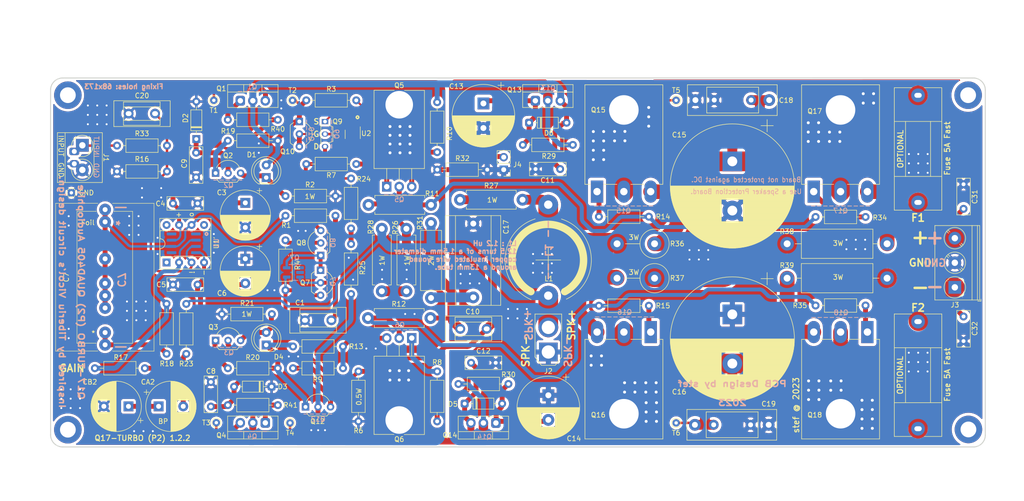
<source format=kicad_pcb>
(kicad_pcb (version 20221018) (generator pcbnew)
  (title_block (title "Q17-TURBO (P2)") (date "2023-09-14") (rev "1.2.2") (company "PCB design by Stef") (comment 1 "Zize 190 x 75 mm"))
  (layers (0 "F.Cu" signal) (31 "B.Cu" signal) (34 "B.Paste" user) (35 "F.Paste" user) (36 "B.SilkS" user "B.Silkscreen") (37 "F.SilkS" user "F.Silkscreen") (38 "B.Mask" user) (39 "F.Mask" user) (44 "Edge.Cuts" user))
  (net 0 "")
  (net 1 "GND")
  (net 2 "Net-(C7-Pad1)")
  (net 3 "Net-(C10-Pad1)")
  (net 4 "GNDPWR")
  (net 5 "Net-(C17-Pad1)")
  (net 6 "Net-(L1-Pad2)")
  (net 7 "Net-(R24-Pad2)")
  (net 8 "Net-(R26-Pad2)")
  (net 9 "Net-(C7-Pad2)")
  (net 10 "Net-(CA2-Pad1)")
  (net 11 "Net-(CA2-Pad2)")
  (net 12 "Net-(Q7-G)")
  (net 13 "Net-(D3-A)")
  (net 14 "Net-(D2-K)")
  (net 15 "Net-(Q7-S)")
  (net 16 "Net-(D1-A)")
  (net 17 "Net-(D4-K)")
  (net 18 "Net-(D6-K)")
  (net 19 "Net-(D5-A)")
  (net 20 "Net-(Q13-D)")
  (net 21 "Net-(Q14-D)")
  (net 22 "Net-(D1-K)")
  (net 23 "Net-(D4-A)")
  (net 24 "Net-(J3-Pin_1)")
  (net 25 "Net-(J3-Pin_3)")
  (net 26 "Net-(J1-Pin_1)")
  (net 27 "Net-(J2-Pin_2)")
  (net 28 "Net-(Q1-G)")
  (net 29 "Net-(Q2-E)")
  (net 30 "Net-(Q3-E)")
  (net 31 "Net-(Q4-G)")
  (net 32 "Net-(Q5-G)")
  (net 33 "Net-(Q5-D)")
  (net 34 "Net-(Q5-S)")
  (net 35 "Net-(Q6-G)")
  (net 36 "Net-(Q6-D)")
  (net 37 "Net-(Q6-S)")
  (net 38 "Net-(Q7-D)")
  (net 39 "Net-(Q8-G)")
  (net 40 "Net-(Q8-D)")
  (net 41 "Net-(Q9-G)")
  (net 42 "Net-(Q1-S)")
  (net 43 "Net-(Q10-B)")
  (net 44 "Net-(Q4-S)")
  (net 45 "Net-(Q12-C)")
  (net 46 "Net-(Q12-B)")
  (net 47 "Net-(Q15-G)")
  (net 48 "Net-(Q15-S)")
  (net 49 "Net-(Q16-G)")
  (net 50 "Net-(Q16-S)")
  (net 51 "Net-(Q17-G)")
  (net 52 "Net-(Q17-S)")
  (net 53 "Net-(Q18-G)")
  (net 54 "Net-(Q18-S)")
  (net 58 "Net-(U1-+)")
  (net 59 "Net-(Q9-S)")
  (net 60 "Net-(U1--)")
  (net 61 "Net-(U2-S1)")
  (footprint "Resistor_THT:R_Axial_DIN0207_L6.3mm_D2.5mm_P10.16mm_Horizontal" (layer "F.Cu") (at 95.2572 83.9 180)
    (fp_text reference "R19")
    (fp_text value "330R" hide)
  )
  (footprint "Package_TO_SOT_THT:TO-92_Inline_Wide" (layer "F.Cu") (at 82.6072 90.485)
    (fp_text reference "Q2")
    (fp_text value "KSA992")
  )
  (footprint "Resistor_THT:R_Axial_DIN0207_L6.3mm_D2.5mm_P10.16mm_Horizontal" (layer "F.Cu") (at 95.2572 130.15 180)
    (fp_text reference "R20")
    (fp_text value "330R" hide)
  )
  (footprint "Capacitor_THT:CP_Radial_D12.5mm_P5.00mm" (layer "F.Cu") (at 150.2472 135.65 -90)
    (fp_text reference "C14")
    (fp_text value "220uF/63V")
  )
  (footprint "Resistor_THT:R_Axial_DIN0614_L14.3mm_D5.7mm_P20.32mm_Horizontal" (layer "F.Cu") (at 219.1072 111.85 180)
    (fp_text reference "R39")
    (fp_text value "0R1/3W")
  )
  (footprint "Capacitor_THT:CP_Radial_D10.0mm_P5.00mm" (layer "F.Cu") (at 88.6472 96.532323 -90)
    (fp_text reference "C3")
    (fp_text value "47uF/25v")
  )
  (footprint "Resistor_THT:R_Axial_DIN0207_L6.3mm_D2.5mm_P10.16mm_Horizontal" (layer "F.Cu") (at 62.5672 90.15)
    (fp_text reference "R16")
    (fp_text value "22k" hide)
  )
  (footprint "Resistor_THT:R_Axial_DIN0207_L6.3mm_D2.5mm_P10.16mm_Horizontal" (layer "F.Cu") (at 96.8172 104.14 -90)
    (fp_text reference "R4")
    (fp_text value "1k" hide)
  )
  (footprint "Q17_Library:L_Radial_D13mm_Q17_P2" (layer "F.Cu") (at 150.227888 115.4 90)
    (fp_text reference "L1")
    (fp_text value "1u2")
  )
  (footprint "Resistor_THT:R_Axial_DIN0207_L6.3mm_D2.5mm_P10.16mm_Horizontal" (layer "F.Cu") (at 101.0412 88.646)
    (fp_text reference "R7")
    (fp_text value "100R" hide)
  )
  (footprint "Resistor_THT:R_Axial_DIN0207_L6.3mm_D2.5mm_P10.16mm_Horizontal" (layer "F.Cu") (at 95.2572 137.65 180)
    (fp_text reference "R41")
    (fp_text value "100R")
  )
  (footprint "Package_TO_SOT_THT:TO-92_Inline_Wide" (layer "F.Cu") (at 103.9452 110.236 -90)
    (fp_text reference "Q7")
    (fp_text value "LSK170B")
  )
  (footprint "LED_THT:LED_D5.0mm" (layer "F.Cu") (at 92.8972 91.4 90)
    (fp_text reference "D1")
    (fp_text value "RED 2V")
  )
  (footprint "Resistor_THT:R_Axial_DIN0207_L6.3mm_D2.5mm_P10.16mm_Horizontal" (layer "F.Cu") (at 160.5222 117.45)
    (fp_text reference "R15")
    (fp_text value "330R")
  )
  (footprint "Package_DIP:DIP-8_W7.62mm_Socket" (layer "F.Cu") (at 72.6472 108.65 90)
    (fp_text reference "U1'")
    (fp_text value "OPA1641")
  )
  (footprint "Capacitor_THT:C_Rect_L7.2mm_W2.5mm_P5.00mm_FKS2_FKP2_MKS2_MKP2" (layer "F.Cu") (at 234.6472 92.75 -90)
    (fp_text reference "C31")
    (fp_text value "100nF")
  )
  (footprint "Resistor_THT:R_Axial_DIN0411_L9.9mm_D3.6mm_P12.70mm_Horizontal" (layer "F.Cu") (at 126.2872 119.95 180)
    (fp_text reference "R12")
    (fp_text value "47R/2W" hide)
  )
  (footprint "Q17_Library:fuse_holder_CQ-2-Enlarged" (layer "F.Cu") (at 225.3972 131.572)
    (fp_text reference "F2")
    (fp_text value "Fuse 5A Fast")
  )
  (footprint "Resistor_THT:R_Axial_DIN0207_L6.3mm_D2.5mm_P10.16mm_Horizontal" (layer "F.Cu") (at 96.8172 99.15)
    (fp_text reference "R1")
    (fp_text value "2k7" hide)
  )
  (footprint "Q17_Library:C_Mica_v2_L11.4mm_W4.3mm_H9.1_P5.9mm_mix" (layer "F.Cu") (at 64.677772 78.396103)
    (fp_text reference "C20")
    (fp_text value "1nF Mica or FKP")
  )
  (footprint "Resistor_THT:R_Axial_DIN0207_L6.3mm_D2.5mm_P10.16mm_Horizontal" (layer "F.Cu") (at 101.0412 75.692)
    (fp_text reference "R3")
    (fp_text value "150R" hide)
  )
  (footprint "Q17_Library:R_Axial_L12.0mm_D5.0mm_P15.24mm_Horizontal_Dale_1W" (layer "F.Cu") (at 126.3972 100.63 -90)
    (fp_text reference "R31")
    (fp_text value "10R/2W")
  )
  (footprint "Capacitor_THT:C_Rect_L7.2mm_W2.5mm_P5.00mm_FKS2_FKP2_MKS2_MKP2" (layer "F.Cu") (at 152.6472 89.662 180)
    (fp_text reference "C11")
    (fp_text value "100nF")
  )
  (footprint "Resistor_THT:R_Axial_DIN0207_L6.3mm_D2.5mm_P10.16mm_Horizontal" (layer "F.Cu") (at 204.5672 117.4)
    (fp_text reference "R35")
    (fp_text value "330R")
  )
  (footprint "Capacitor_THT:CP_Radial_D10.0mm_P5.00mm" (layer "F.Cu") (at 64.8972 137.9 180)
    (fp_text reference "CB2")
    (fp_text value "STRAP")
  )
  (footprint "Capacitor_THT:C_Rect_L7.2mm_W2.5mm_P5.00mm_FKS2_FKP2_MKS2_MKP2" (layer "F.Cu") (at 78.9472 96.65 180)
    (fp_text reference "C4")
    (fp_text value "100nF")
  )
  (footprint "Resistor_THT:R_Axial_DIN0207_L6.3mm_D2.5mm_P10.16mm_Horizontal" (layer "F.Cu") (at 68.2272 130.15 180)
    (fp_text reference "R17")
    (fp_text value "7k32" hide)
  )
  (footprint "Resistor_THT:R_Axial_DIN0207_L6.3mm_D2.5mm_P10.16mm_Horizontal" (layer "F.Cu") (at 96.8172 95.15)
    (fp_text reference "R2")
    (fp_text value "10k/1W" hide)
  )
  (footprint "Resistor_THT:R_Axial_DIN0207_L6.3mm_D2.5mm_P10.16mm_Horizontal" (layer "F.Cu") (at 72.7272 84.9 180)
    (fp_text reference "R33")
    (fp_text value "680R" hide)
  )
  (footprint "TestPoint:TestPoint_THTPad_D1.5mm_Drill0.7mm" (layer "F.Cu") (at 82.2452 75.692)
    (fp_text reference "T1")
    (fp_text value "TestPoint_THTPad_D1.5mm_Drill0.7mm")
  )
  (footprint "Resistor_THT:R_Axial_DIN0207_L6.3mm_D2.5mm_P10.16mm_Horizontal" (layer "F.Cu") (at 76.6472 127.23 90)
    (fp_text reference "R23")
    (fp_text value "8k2" hide)
  )
  (footprint "LED_THT:LED_D5.0mm" (layer "F.Cu") (at 92.8972 125.425 90)
    (fp_text reference "D4")
    (fp_text value "RED 2V")
  )
  (footprint "TestPoint:TestPoint_THTPad_D1.5mm_Drill0.7mm" (layer "F.Cu") (at 82.7532 141.224)
    (fp_text reference "T3")
    (fp_text value "TestPoint_THTPad_D1.5mm_Drill0.7mm")
  )
  (footprint "Connector_PinHeader_2.54mm:PinHeader_1x02_P2.54mm_Vertical" (layer "F.Cu") (at 141.1732 89.7915 180)
    (fp_text reference "J4")
    (fp_text value "PinHeader_1x02_P2.54mm_Vertical")
  )
  (footprint "Resistor_THT:R_Axial_DIN0207_L6.3mm_D2.5mm_P10.16mm_Horizontal" (layer "F.Cu") (at 98.3472 130.15)
    (fp_text reference "R9")
    (fp_text value "100R" hide)
  )
  (footprint "TestPoint:TestPoint_THTPad_D1.5mm_Drill0.7mm" (layer "F.Cu") (at 98.2472 75.692)
    (fp_text reference "T2")
    (fp_text value "TestPoint_THTPad_D1.5mm_Drill0.7mm")
  )
  (footprint "Capacitor_THT:CP_Radial_D10.0mm_P5.00mm" (layer "F.Cu") (at 88.6472 107.9 -90)
    (fp_text reference "C6")
    (fp_text value "47uF/25v")
  )
  (footprint "Q17_Library:C_Rect_L18.0mm_W7.0mm_P15.00mm_C17" (layer "F.Cu") (at 134.99155 115.75 90)
    (fp_text reference "C17")
    (fp_text value "100nF FKP or MKT")
  )
  (footprint "Capacitor_THT:C_Rect_L7.2mm_W2.5mm_P5.00mm_FKS2_FKP2_MKS2_MKP2" (layer "F.Cu") (at 139.5472 129.05 180)
    (fp_text reference "C12")
    (fp_text value "100nF")
  )
  (footprint "Resistor_THT:R_Axial_DIN0207_L6.3mm_D2.5mm_P10.16mm_Horizontal" (layer "F.Cu") (at 127.6472 76.07 -90)
    (fp_text reference "R10")
    (fp_text value "9R1" hide)
  )
  (footprint "Resistor_THT:R_Axial_DIN0411_L9.9mm_D3.6mm_P12.70mm_Horizontal" (layer "F.Cu") (at 126.3972 96.95 180)
    (fp_text reference "R11")
    (fp_text value "47R/2W" hide)
  )
  (footprint "Diode_THT:D_DO-35_SOD27_P7.62mm_Horizontal" (layer "F.Cu") (at 146.3372 80.25)
    (fp_text reference "D6")
    (fp_text value "1N5245B" hide)
  )
  (footprint "Diode_THT:D_DO-35_SOD27_P7.62mm_Horizontal" (layer "F.Cu") (at 93.9872 133.9 180)
    (fp_text reference "D3")
    (fp_text value "1N5248B" hide)
  )
  (footprint "Capacitor_THT:CP_Radial_D25.0mm_P10.00mm_SnapIn" (layer "F.Cu") (at 187.6472 119.200811 -90)
    (fp_text reference "C16")
    (fp_text value "2200uF/63V")
  )
  (footprint "TestPoint:TestPoint_THTPad_D1.5mm_Drill0.7mm" (layer "F.Cu") (at 53.2892 94.488)
    (fp_text reference "GND")
    (fp_text value "TestPoint_THTPad_D1.5mm_Drill0.7mm")
  )
  (footprint "Package_TO_SOT_THT:TO-220-3_Vertical" (layer "F.Cu") (at 147.6072 75.775)
    (fp_text reference "Q13")
    (fp_text value "IRF610" hide)
  )
  (footprint "Resistor_THT:R_Axial_DIN0207_L6.3mm_D2.5mm_P10.16mm_Horizontal" (layer "F.Cu") (at 155.2272 84.75 180)
    (fp_text reference "R29")
    (fp_text value "100R" hide)
  )
  (footprint "Package_TO_SOT_THT:TO-92_Inline_Wide" (layer "F.Cu") (at 100.8872 138.01)
    (fp_text reference "Q12")
    (fp_text value "KSC1845")
  )
  (footprint "TestPoint:TestPoint_THTPad_D1.5mm_Drill0.7mm" (layer "F.Cu") (at 176.2252 75.692)
    (fp_text reference "T5")
    (fp_text value "TestPoint_THTPad_D1.5mm_Drill0.7mm")
  )
  (footprint "Resistor_THT:R_Axial_DIN0207_L6.3mm_D2.5mm_P10.16mm_Horizontal" (layer "F.Cu") (at 110.1472 91.57 -90)
    (fp_text reference "R24")
    (fp_text value "10k" hide)
  )
  (footprint "Package_TO_SOT_THT:TO-92_Inline_Wide" (layer "F.Cu") (at 99.6332 80 -90)
    (fp_text reference "Q10")
    (fp_text value "KSA992")
  )
  (footprint "Q17_Library:TO-3PB-3_Horizontal_TabDown_6mmHole" (layer "F.Cu") (at 160.1472 94.25)
    (fp_text reference "Q15")
    (fp_text value "FQA46N15" hide)
  )
  (footprint "Q17_Library:C_Rect_L18.0mm_W6.0mm_P15.00mm_FKS3_FKP3-Q17" (layer "F.Cu") (at 180.038952 141.655522)
    (fp_text reference "C19")
    (fp_text value "0.1uF/160V MKP")
  )
  (footprint "Capacitor_THT:C_Rect_L7.2mm_W2.5mm_P5.00mm_FKS2_FKP2_MKS2_MKP2" (layer "F.Cu") (at 78.6472 91.35 90)
    (fp_text reference "C9")
    (fp_text value "100nF")
  )
  (footprint "Capacitor_THT:C_Rect_L7.2mm_W2.5mm_P5.00mm_FKS2_FKP2_MKS2_MKP2" (layer "F.Cu") (at 73.9472 113.15)
    (fp_text reference "C5")
    (fp_text value "100nF")
  )
  (footprint "Capacitor_THT:CP_Radial_D12.5mm_P5.00mm" (layer "F.Cu") (at 137.0472 76.326041 -90)
    (fp_text reference "C13")
    (fp_text value "220uF/63V")
  )
  (footprint "MountingHole:MountingHole_3.2mm_M3_DIN965_Pad_TopBottom" (layer "F.Cu") (at 235.640771 142.596818 180)
    (fp_text reference "H1")
    (fp_text value "MountingHole")
  )
  (footprint "Resistor_THT:R_Axial_DIN0207_L6.3mm_D2.5mm_P10.16mm_Horizontal" (layer "F.Cu") (at 160.5222 99.35)
    (fp_text reference "R14")
    (fp_text value "330R")
  )
  (footprint "Q17_Library:NDC7003P-TSOT23-6" (layer "F.Cu") (at 110.5052 82.609 -90)
    (fp_text reference "U2")
    (fp_text value "NDC7003P")
  )
  (footprint "Resistor_THT:R_Axial_DIN0207_L6.3mm_D2.5mm_P10.16mm_Horizontal" (layer "F.Cu") (at 142.1272 133.35 180)
    (fp_text reference "R30")
    (fp_text value "100R" hide)
  )
  (footprint "Resistor_THT:R_Axial_DIN0207_L6.3mm_D2.5mm_P10.16mm_Horizontal" (layer "F.Cu") (at 111.6472 130.79 -90)
    (fp_text reference "R6")
    (fp_text value "100R/0.5W" hide)
  )
  (footprint "Capacitor_THT:CP_Radial_D10.0mm_P5.00mm" (layer "F.Cu") (at 71.029523 137.9)
    (fp_text reference "CA2")
    (fp_text value "100uF/16V BP")
  )
  (footprint "Q17_Library:C_Mica_v2_L11.4mm_W4.3mm_H9.1_P5.9mm_mix" (layer "F.Cu") (at 132.084075 122.146103)
    (fp_text reference "C10")
    (fp_text value "47pF Mica")
  )
  (footprint "Package_TO_SOT_THT:TO-92_Inline_Wide" (layer "F.Cu") (at 103.9852 107.229 90)
    (fp_text reference "Q8")
    (fp_text value "DN2540")
  )
  (footprint "Resistor_THT:R_Axial_DIN0207_L6.3mm_D2.5mm_P10.16mm_Horizontal" (layer "F.Cu") (at 108.5072 125.73 180)
    (fp_text reference "R13")
    (fp_text value "9R1" hide)
  )
  (footprint "Resistor_THT:R_Axial_DIN0411_L9.9mm_D3.6mm_P12.70mm_Horizontal" (layer "F.Cu") (at 116.3972 114.5 90)
    (fp_text reference "R28")
    (fp_text value "22R/1W")
  )
  (footprint "Resistor_THT:R_Axial_DIN0411_L9.9mm_D3.6mm_P12.70mm_Horizontal" (layer "F.Cu") (at 121.3972 101.8 -90)
    (fp_text reference "R26")
    (fp_text value "22R/1W")
  )
  (footprint "Q17_Library:C_Rect_L18.0mm_W6.0mm_P15.00mm_FKS3_FKP3-Q17" (layer "F.Cu") (at 180.1472 75.65)
    (fp_text reference "C18")
    (fp_text value "0.1uF/160V MKP")
  )
  (footprint "Diode_THT:D_DO-35_SOD27_P7.62mm_Horizontal" (layer "F.Cu") (at 133.2372 137.35)
    (fp_text reference "D5")
    (fp_text value "1N5245B" hide)
  )
  (footprint "MountingHole:MountingHole_3.2mm_M3_DIN965_Pad_TopBottom" (layer "F.Cu") (at 235.578971 74.647618 180)
    (fp_text reference "H1")
    (fp_text value "MountingHole")
  )
  (footprint "Package_TO_SOT_THT:TO-220-3_Vertical" (layer "F.Cu") (at 92.7172 141.25 180)
    (fp_text reference "Q4")
    (fp_text value "IRF9610" hide)
  )
  (footprint "MountingHole:MountingHole_3.2mm_M3_DIN965_Pad_TopBottom" (layer "F.Cu") (at 52.578971 142.647618 180)
    (fp_text reference "H1")
    (fp_text value "MountingHole")
  )
  (footprint "Q17_Library:TO-220-3_Horizontal_TabDown_6mmHole" (layer "F.Cu") (at 117.3972 93.25)
    (fp_text reference "Q5")
    (fp_text value "FQPF7P20")
  )
  (footprint "Q17_Library:TO-3PB-3_Horizontal_TabDown_6mmHole" (layer "F.Cu") (at 215.1022 122.8 180)
    (fp_text reference "Q18")
    (fp_text value "IXTH48P20P")
  )
  (footprint "Resistor_THT:R_Axial_DIN0614_L14.3mm_D5.7mm_P7.62mm_Vertical" (layer "F.Cu") (at 171.8372 111.85 180)
    (fp_text reference "R37")
    (fp_text value "0R1/3W")
  )
  (footprint "TestPoint:TestPoint_THTPad_D1.5mm_Drill0.7mm" (layer "F.Cu") (at 97.7392 141.266)
    (fp_text reference "T4")
    (fp_text value "TestPoint_THTPad_D1.5mm_Drill0.7mm")
  )
  (footprint "Package_TO_SOT_THT:TO-220-3_Vertical" (layer "F.Cu") (at 139.5872 141.275 180)
    (fp_text reference "Q14")
    (fp_text value "IRF9610" hide)
  )
  (footprint "Package_TO_SOT_THT:TO-92_Inline_Wide" (layer "F.Cu") (at 82.6072 124.51)
    (fp_text reference "Q3")
    (fp_text value "KSC1845")
  )
  (footprint "Capacitor_THT:CP_Radial_D25.0mm_P10.00mm_SnapIn" (layer "F.Cu") (at 187.6472 88.10463 -90)
    (fp_text reference "C15")
    (fp_text value "2200uF/63V")
  )
  (footprint "Resistor_THT:R_Axial_DIN0614_L14.3mm_D5.7mm_P7.62mm_Vertical" (layer "F.Cu") (at 171.8372 104.85 180)
    (fp_text reference "R36")
    (fp_text value "0R1/3W")
  )
  (footprint "Q17_Library:TO-3PB-3_Horizontal_TabDown_6mmHole" (layer "F.Cu") (at 204.1922 94.25)
    (fp_text reference "Q17")
    (fp_text value "FQA46N15" hide)
  )
  (footprint "Resistor_THT:R_Axial_DIN0207_L6.3mm_D2.5mm_P10.16mm_Horizontal" (layer "F.Cu") (at 72.6472 117.05 -90)
    (fp_text reference "R18")
    (fp_text value "22k" hide)
  )
  (footprint "Q17_Library:fuse_holder_CQ-2-Enlarged" (layer "F.Cu") (at 225.3972 85.576)
    (fp_text reference "F1")
    (fp_text value "Fuse 5A Fast")
  )
  (footprint "Resistor_THT:R_Axial_DIN0614_L14.3mm_D5.7mm_P20.32mm_Horizontal" (layer "F.Cu") (at 219.1072 104.85 180)
    (fp_text reference "R38")
    (fp_text value "0R1/3W")
  )
  (footprint "Q17_Library:C_Rect_C7_Q17_Mini_L26.50_H11.00_P20.50_2" (layer "F.Cu") (at 60.1472 122.9 90)
    (fp_text reference "C7")
    (fp_text value "1uF MKP or FKP")
  )
  (footprint "Capacitor_THT:C_Rect_L7.2mm_W2.5mm_P5.00mm_FKS2_FKP2_MKS2_MKP2" (layer "F.Cu") (at 81.6472 132.95 -90)
    (fp_text reference "C8")
    (fp_text value "100nF")
  )
  (footprint "Resistor_THT:R_Axial_DIN0207_L6.3mm_D2.5mm_P10.16mm_Horizontal" (layer "F.Cu") (at 214.7272 99.4 180)
    (fp_text reference "R34")
    (fp_text value "330R")
  )
  (footprint "Q17_Library:TO-3PB-3_Horizontal_TabDown_6mmHole" (layer "F.Cu") (at 171.0572 122.8 180)
    (fp_text reference "Q16")
    (fp_text value "IXTH48P20P" hide)
  )
  (footprint "Package_TO_SOT_THT:TO-220-3_Vertical" (layer "F.Cu") (at 87.6372 75.775)
    (fp_text reference "Q1")
    (fp_text value "IRF610" hide)
  )
  (footprint "Connector_AMASS:AMASS_XT30U-F_1x02_P5.0mm_Vertical" (layer "F.Cu") (at 150.2472 126.85 90)
    (fp_text reference "J2")
    (fp_text value "SPK+")
  )
  (footprint "Resistor_THT:R_Axial_DIN0207_L6.3mm_D2.5mm_P10.16mm_Horizontal" (layer "F.Cu") (at 94.0472 119.15 180)
    (fp_text reference "R21")
    (fp_text value "10k/1W" hide)
  )
  (footprint "MountingHole:MountingHole_3.2mm_M3_DIN965_Pad_TopBottom" (layer "F.Cu") (at 52.578971 74.647618 180)
    (fp_text reference "H1")
    (fp_text value "MountingHole")
  )
  (footprint "Q17_Library:C_Mica_v2_L11.4mm_W4.3mm_H9.1_P5.9mm_mix" (layer "F.Cu") (at 106.396628 120.399897 180)
    (fp_text reference "C1")
    (fp_text value "470p Mica")
  )
  (footprint "Capacitor_THT:C_Rect_L7.2mm_W2.5mm_P5.00mm_FKS2_FKP2_MKS2_MKP2" (layer "F.Cu") (at 234.6452 124.634 90)
    (fp_text reference "C32")
    (fp_text value "100nF")
  )
  (footprint "Resistor_THT:R_Axial_DIN0207_L6.3mm_D2.5mm_P10.16mm_Horizontal" (layer "F.Cu") (at 85.0972 79.65)
    (fp_text reference "R40")
    (fp_text value "100R")
  )
  (footprint "Resistor_THT:R_Axial_DIN0207_L6.3mm_D2.5mm_P10.16mm_Horizontal" (layer "F.Cu") (at 127.6472 140.95 90)
    (fp_text reference "R8")
    (fp_text value "120R" hide)
  )
  (footprint "Q17_Library:Input_connector_mix_regular" (layer "F.Cu") (at 54.8972 87.4 -90)
    (fp_text reference "J1")
    (fp_text value "INPUT")
  )
  (footprint "Resistor_THT:R_Axial_DIN0207_L6.3mm_D2.5mm_P10.16mm_Horizontal" (layer "F.Cu") (at 127.6672 89.7865)
    (fp_text reference "R32")
    (fp_text value "STRAP" hide)
  )
  (footprint "Q17_Library:TO-220-3_Horizontal_TabDown_6mmHole" (layer "F.Cu") (at 122.4772 124.02 180)
    (fp_text reference "Q6")
    (fp_text value "2SK3564")
  )
  (footprint "TestPoint:TestPoint_THTPad_D1.5mm_Drill0.7mm" (layer "F.Cu") (at 176.2252 141.266)
    (fp_text reference "T6")
    (fp_text value "TestPoint_THTPad_D1.5mm_Drill0.7mm")
  )
  (footprint "Resistor_THT:R_Axial_DIN0411_L9.9mm_D3.6mm_P12.70mm_Horizontal" (layer "F.Cu") (at 132.2972 95.9)
    (fp_text reference "R27")
    (fp_text value "560R/1W")
  )
  (footprint "TerminalBlock_Phoenix:TerminalBlock_Phoenix_PT-1,5-3-5.0-H_1x03_P5.00mm_Horizontal" (layer "F.Cu") (at 232.8752 113.712 90)
    (fp_text reference "J3")
    (fp_text value "DC")
  )
  (footprint "Package_TO_SOT_THT:TO-92S_Wide" (layer "F.Cu") (at 104.8512 80.01 -90)
    (fp_text reference "Q9")
    (fp_text value "BS250P")
  )
  (footprint "Diode_THT:D_DO-35_SOD27_P7.62mm_Horizontal" (layer "F.Cu") (at 78.6892 83.566 90)
    (fp_text reference "D2")
    (fp_text value "1N5248B" hide)
  )
  (footprint "Resistor_THT:R_Axial_DIN0207_L6.3mm_D2.5mm_P10.16mm_Horizontal" (layer "F.Cu") (at 110.1472 104.902 -90)
    (fp_text reference "R25")
    (fp_text value "8k2" hide)
  )
  (footprint "Package_SO:SOIC-8_3.9x4.9mm_P1.27mm" (layer "B.Cu") (at 76.129917 104.755097 180)
    (fp_text reference "U1")
    (fp_text value "OPA1611")
  )
  (footprint "Package_TO_SOT_SMD:SOT-23-5_HandSoldering" (layer "B.Cu") (at 98.4212 110.678 180)
    (fp_text reference "Q7'")
    (fp_text value "DN2540N8-G")
  )
  (gr_line locked (start 51.5007 146.150075) (end 236.7937 146.149926) (stroke (width 0.2)) (layer "Edge.Cuts"))
  (gr_arc locked (start 51.5007 146.150075) (mid 49.781843 145.430855) (end 49.071964 143.708119) (stroke (width 0.2)) (layer "Edge.Cuts"))
  (gr_arc locked (start 239.073324 143.765303) (mid 238.403924 145.407313) (end 236.7937 146.149926) (stroke (width 0.2)) (layer "Edge.Cuts"))
  (gr_line locked (start 239.072764 73.623327) (end 239.073324 143.765303) (stroke (width 0.2)) (layer "Edge.Cuts"))
  (gr_line locked (start 49.070888 73.402439) (end 49.071964 143.708119) (stroke (width 0.2)) (layer "Edge.Cuts"))
  (gr_arc locked (start 236.775393 71.153909) (mid 238.417593 71.929487) (end 239.072764 73.623327) (stroke (width 0.2)) (layer "Edge.Cuts"))
  (gr_arc locked (start 49.070888 73.402439) (mid 49.862617 71.798926) (end 51.530024 71.152518) (stroke (width 0.2)) (layer "Edge.Cuts"))
  (gr_line locked (start 51.530024 71.152518) (end 236.775393 71.153909) (stroke (width 0.2)) (layer "Edge.Cuts"))
  (gr_text "----------" (at 165.5472 97.25 -180) (layer "B.SilkS") (effects (font (size 1 1)) (justify mirror)))
  (gr_text "Q5" (at 119.9472 95.85) (layer "B.SilkS") (effects (font (size 1 1)) (justify mirror)))
  (gr_text "Q13" (at 150.2472 73.188) (layer "B.SilkS") (effects (font (size 1 1)) (justify mirror)))
  (gr_text "-- L1 --" (at 150.3472 106.15 -90) (layer "B.SilkS") (effects (font (size 1.5 1.5) (thickness 0.3)) (justify mirror)))
  (gr_text "-----" (at 119.77914 94.992935 -180) (layer "B.SilkS") (effects (font (size 1 1)) (justify mirror)))
  (gr_text "Q1" (at 90.0472 72.95) (layer "B.SilkS") (effects (font (size 1 1)) (justify mirror)))
  (gr_text "-----" (at 103.3972 139.4) (layer "B.SilkS") (effects (font (size 1 1)) (justify mirror)))
  (gr_text "-----" (at 85.1472 125.85) (layer "B.SilkS") (effects (font (size 1 1)) (justify mirror)))
  (gr_text "GND" (at 228.8032 108.75) (layer "B.SilkS") (effects (font (size 1.5 1.5) (thickness 0.3)) (justify mirror)))
  (gr_text "Q17-TURBO (P2) QUAD405 Audiophile\n\nInspired by Tiberiu Vicol's circuit design." (at 53.3472 114.65 -90) (layer "B.SilkS") (effects (font (size 1.2 1.5) (thickness 0.3)) (justify mirror)))
  (gr_text "Q16" (at 165.7472 118.75) (layer "B.SilkS") (effects (font (size 1 1)) (justify mirror)))
  (gr_text "|          C7           |" (at 63.4492 111.65 -90) (layer "B.SilkS") (effects (font (size 1.5 1.5) (thickness 0.3)) (justify mirror)))
  (gr_text "-----" (at 105.3592 112.776 -90) (layer "B.SilkS") (effects (font (size 1 1)) (justify mirror)))
  (gr_text "PCB Design by stef\n\n2023" (at 187.6472 135.25) (layer "B.SilkS") (effects (font (size 1.2 1.5) (thickness 0.3)) (justify mirror)))
  (gr_text "INPUT" (at 58.3472 85.15 -90) (layer "B.SilkS") (effects (font (size 1 1)) (justify mirror)))
  (gr_text "L1 : 1.2 uH\n12,5 turns of a 1.5mm diameter \ncopper insulated wire wound \naround a 13mm tube." (at 143.9672 107.188) (layer "B.SilkS") (effects (font (size 1 1) (thickness 0.25)) (justify left mirror)))
  (gr_text "----------" (at 209.6472 97.25 -180) (layer "B.SilkS") (effects (font (size 1 1)) (justify mirror)))
  (gr_text "Board not protected against DC." (at 190.4492 91.821) (layer "B.SilkS") (effects (font (size 1 0.9)) (justify mirror)))
  (gr_text "-----" (at 101.0412 82.551759 -270) (layer "B.SilkS") (effects (font (size 1 1)) (justify mirror)))
  (gr_text "Q2" (at 85.2472 92.95) (layer "B.SilkS") (effects (font (size 1 1)) (justify mirror)))
  (gr_text "----------" (at 165.7472 119.65) (layer "B.SilkS") (effects (font (size 1 1)) (justify mirror)))
  (gr_text "-----" (at 90.1472 142.95) (layer "B.SilkS") (effects (font (size 1 1)) (justify mirror)))
  (gr_text "Q14" (at 137.273586 144.094863) (layer "B.SilkS") (effects (font (size 1 1)) (justify mirror)))
  (gr_text "Q9" (at 107.1372 82.55 270) (layer "B.SilkS") (effects (font (size 1 1)) (justify mirror)))
  (gr_text "-----" (at 119.8472 122.25) (layer "B.SilkS") (effects (font (size 1 1)) (justify mirror)))
  (gr_text "-----" (at 137.0472 142.95) (layer "B.SilkS") (effects (font (size 1 1)) (justify mirror)))
  (gr_text "----------" (at 209.7472 119.75) (layer "B.SilkS") (effects (font (size 1 1)) (justify mirror)))
  (gr_text "+" (at 228.8032 103.5) (layer "B.SilkS") (effects (font (size 3 3) (thickness 0.5))))
  (gr_text "Q15" (at 165.5472 98.15) (layer "B.SilkS") (effects (font (size 1 1)) (justify mirror)))
  (gr_text "Q6" (at 120.0472 121.35) (layer "B.SilkS") (effects (font (size 1 1)) (justify mirror)))
  (gr_text "Fixing holes: 68x173" (at 63.9572 72.898) (layer "B.SilkS") (effects (font (size 1 1) (thickness 0.25)) (justify mirror)))
  (gr_text "Use a Speaker Protection Board." (at 190.4492 94.234) (layer "B.SilkS") (effects (font (size 1 0.9)) (justify mirror)))
  (gr_text "-----" (at 90.0472 73.966 -180) (layer "B.SilkS") (effects (font (size 1 1)) (justify mirror)))
  (gr_text "Q4" (at 90.050105 144.01928) (layer "B.SilkS") (effects (font (size 1 1)) (justify mirror)))
  (gr_text "-----" (at 105.2792 104.902 -270) (layer "B.SilkS") (effects (font (size 1 1)) (justify mirror)))
  (gr_text "SPK-" (at 154.1472 126.75 -90) (layer "B.SilkS") (effects (font (size 1.5 1.5) (thickness 0.3)) (justify mirror)))
  (gr_text "Q3" (at 85.305778 126.959102) (layer "B.SilkS") (effects (font (size 1 1)) (justify mirror)))
  (gr_text "-----" (at 106.1372 82.551759 -270) (layer "B.SilkS") (effects (font (size 1 1)) (justify mirror)))
  (gr_text "-" (at 228.8032 113.45) (layer "B.SilkS") (effects (font (size 3 3) (thickness 0.5))))
  (gr_text "GND" (at 58.3472 89.95 -90) (layer "B.SilkS") (effects (font (size 1 1)) (justify mirror)))
  (gr_text "Q18" (at 209.7472 118.85) (layer "B.SilkS") (effects (font (size 1 1)) (justify mirror)))
  (gr_text "*" (at 62.301047 100.65855 -90) (layer "B.SilkS") (effects (font (size 1.5 1.5) (thickness 0.3)) (justify mirror)))
  (gr_text "-----" (at 85.088622 91.840898) (layer "B.SilkS") (effects (font (size 1 1)) (justify mirror)))
  (gr_text "-----" (at 150.2472 73.95) (layer "B.SilkS") (effects (font (size 1 1)) (justify mirror)))
  (gr_text "Q10" (at 102.0412 82.55 -90) (layer "B.SilkS") (effects (font (size 1 1)) (justify mirror)))
  (gr_text "Q12" (at 103.4472 140.5) (layer "B.SilkS") (effects (font (size 1 1)) (justify mirror)))
  (gr_text "Q8" (at 106.3752 104.648 -90) (layer "B.SilkS") (effects (font (size 1 1)) (justify mirror)))
  (gr_text "Q17" (at 209.6472 98.15) (layer "B.SilkS") (effects (font (size 1 1)) (justify mirror)))
  (gr_text "Q7" (at 106.3752 112.522 -90) (layer "B.SilkS") (effects (font (size 1 1)) (justify mirror)))
  (gr_text "SPK+" (at 146.1472 121.35 -90) (layer "B.SilkS") (effects (font (size 1.5 1.5) (thickness 0.3)) (justify mirror)))
  (gr_text "+" (at 225.8472 103.45) (layer "F.SilkS") (effects (font (size 3 3) (thickness 0.5))))
  (gr_text "D" (at 103.0732 85.09) (layer "F.SilkS") (effects (font (size 1.1 1.1) (thickness 0.2))))
  (gr_text "GAIN" (at 53.3972 130.15) (layer "F.SilkS") (effects (font (size 1.5 1.5) (thickness 0.3))))
  (gr_text "OPTIONAL" (at 221.82278 85.598 90) (layer "F.SilkS") (effects (font (size 1.1 1.1) (thickness 0.2))))
  (gr_text "3W" (at 209.1472 111.65) (layer "F.SilkS") (effects (font (size 1 1))))
  (gr_text "3W" (at 209.1472 104.75) (layer "F.SilkS") (effects (font (size 1 1))))
  (gr_text "1W" (at 101.8032 95.25) (layer "F.SilkS") (effects (font (size 1 1))))
  (gr_text "1W" (at 88.9472 119.15) (layer "F.SilkS") (effects (font (size 1 1))))
  (gr_text "3W" (at 167.6472 103.55) (layer "F.SilkS") (effects (font (size 1 1))))
  (gr_text "G" (at 103.0732 82.55) (layer "F.SilkS") (effects (font (size 1.1 1.1) (thickness 0.2))))
  (gr_text "*" (at 57.7472 123.05) (layer "F.SilkS") (effects (font (size 1 1))))
  (gr_text "SPK+" (at 154.9472 121.35 -270) (layer "F.SilkS") (effects (font (size 1.5 1.5) (thickness 0.3))))
  (gr_text "1W" (at 138.8472 95.95) (layer "F.SilkS") (effects (font (size 1 1))))
  (gr_text "S" (at 103.0732 80.01) (layer "F.SilkS") (effects (font (size 1.1 1.1) (thickness 0.2))))
  (gr_text "1W" (at 116.4472 108.25 -270) (layer "F.SilkS") (effects (font (size 1 1))))
  (gr_text "0.5W" (at 111.7472 135.95 -270) (layer "F.SilkS") (effects (font (size 1 1))))
  (gr_text "stef @ 2023" (at 200.6092 137.668 -270) (layer "F.SilkS") (effects (font (size 1.2 1.2) (thickness 0.2))))
  (gr_text "SPK-" (at 145.6472 126.75 90) (layer "F.SilkS") (effects (font (size 1.5 1.5) (thickness 0.3))))
  (gr_text "OPTIONAL" (at 221.763766 131.572 90) (layer "F.SilkS") (effects (font (size 1.1 1.1) (thickness 0.2))))
  (gr_text "o" (at 77.883577 98.91581 -90) (layer "F.SilkS") (effects (font (size 1 1))))
  (gr_text "3W" (at 167.6472 110.65) (layer "F.SilkS") (effects (font (size 1 1))))
  (gr_text "-" (at 225.8472 113.6) (layer "F.SilkS") (effects (font (size 3 3) (thickness 0.5))))
  (gr_text "+" (at 75.204458 98.972187 -90) (layer "F.SilkS") (effects (font (size 1 1))))
  (gr_text "i" (at 77.736355 110.65 -90) (layer "F.SilkS") (effects (font (size 1 1))))
  (gr_text "GND" (at 225.8472 108.7) (layer "F.SilkS") (effects (font (size 1.5 1.5) (thickness 0.3))))
  (gr_text "BP" (at 71.9472 140.95) (layer "F.SilkS") (effects (font (size 1 1))))
  (gr_text "-" (at 80.3472 110.727268 -90) (layer "F.SilkS") (effects (font (size 1 1))))
  (gr_text "Foil" (at 56.6472 100.55) (layer "F.SilkS") (effects (font (size 1 1))))
  (gr_text "2W" (at 126.4472 108.25 -270) (layer "F.SilkS") (effects (font (size 1 1))))
  (gr_text "Q17-TURBO (P2) 1.2.2" (at 67.7472 144.35) (layer "F.SilkS") (effects (font (size 1.1 1.1) (thickness 0.2))))
  (gr_text "1W" (at 121.5472 108.25 -270) (layer "F.SilkS") (effects (font (size 1 1))))
  (segment (start 141.0437 87.122) (end 135.107914 87.122) (width 1) (layer "F.Cu") (net 1))
  (segment (start 134.400807 87.414893) (end 132.322093 89.493607) (width 1) (layer "F.Cu") (net 1))
  (segment (start 131.614986 89.7865) (end 127.6672 89.7865) (width 1) (layer "F.Cu") (net 1))
  (via (at 67.9472 142.945) (size 0.8) (drill 0.4) (layers "F.Cu" "B.Cu") (net 1))
  (via (at 91.3892 86.36) (size 0.8) (drill 0.4) (layers "F.Cu" "B.Cu") (net 1))
  (via (at 123.0522 119.126) (size 0.8) (drill 0.4) (layers "F.Cu" "B.Cu") (net 1))
  (via (at 91.3892 84.455) (size 0.8) (drill 0.4) (layers "F.Cu" "B.Cu") (net 1))
  (via (at 65.0422 101.145) (size 0.8) (drill 0.4) (layers "F.Cu" "B.Cu") (net 1))
  (via (at 110.5662 112.141) (size 0.8) (drill 0.4) (layers "F.Cu" "B.Cu") (net 1))
  (via (at 53.1472 138.25) (size 0.8) (drill 0.4) (layers "F.Cu" "B.Cu") (net 1))
  (via (at 121.8472 132.55) (size 1.2) (drill 0.6) (layers "F.Cu" "B.Cu") (net 1))
  (via (at 65.0422 99.24) (size 0.8) (drill 0.4) (layers "F.Cu" "B.Cu") (net 1))
  (via (at 121.8472 130.645) (size 1.2) (drill 0.6) (layers "F.Cu" "B.Cu") (net 1))
  (via (at 58.5472 76.745) (size 0.8) (drill 0.4) (layers "F.Cu" "B.Cu") (net 1))
  (via (at 66.9472 101.145) (size 0.8) (drill 0.4) (layers "F.Cu" "B.Cu") (net 1))
  (via (at 71.5472 95.45) (size 0.8) (drill 0.4) (layers "F.Cu" "B.Cu") (net 1))
  (via (at 55.0522 136.345) (size 0.8) (drill 0.4) (layers "F.Cu" "B.Cu") (net 1))
  (via (at 82.2452 102.87) (size 0.8) (drill 0.4) (layers "F.Cu" "B.Cu") (net 1))
  (via (at 64.5922 120.396) (size 0.8) (drill 0.4) (layers "F.Cu" "B.Cu") (net 1))
  (via (at 68.4022 118.491) (size 0.8) (drill 0.4) (layers "F.Cu" "B.Cu") (net 1))
  (via (at 56.6422 78.65) (size 0.8) (drill 0.4) (layers "F.Cu" "B.Cu") (net 1))
  (via (at 115.1522 126.15) (size 0.8) (drill 0.4) (layers "F.Cu" "B.Cu") (net 1))
  (via (at 52.7472 122.145) (size 0.8) (drill 0.4) (layers "F.Cu" "B.Cu") (net 1))
  (via (at 58.5472 80.555) (size 0.8) (drill 0.4) (layers "F.Cu" "B.Cu") (net 1))
  (via (at 55.0522 138.25) (size 0.8) (drill 0.4) (layers "F.Cu" "B.Cu") (net 1))
  (via (at 66.9472 99.24) (size 0.8) (drill 0.4) (layers "F.Cu" "B.Cu") (net 1))
  (via (at 119.9422 132.55) (size 1.2) (drill 0.6) (layers "F.Cu" "B.Cu") (net 1))
  (via (at 113.2472 126.15) (size 0.8) (drill 0.4) (layers "F.Cu" "B.Cu") (net 1))
  (via (at 95.9612 77.343) (size 0.8) (drill 0.4) (layers "F.Cu" "B.Cu") (net 1))
  (via (at 109.6772 107.696) (size 0.8) (drill 0.4) (layers "F.Cu" "B.Cu") (net 1))
  (via (at 95.9612 75.692) (size 0.8) (drill 0.4) (layers "F.Cu" "B.Cu") (net 1))
  (via (at 52.7472 99.245) (size 0.8) (drill 0.4) (layers "F.Cu" "B.Cu") (net 1))
  (via (at 118.0592 81.026) (size 1.2) (drill 0.6) (layers "F.Cu" "B.Cu") (net 1))
  (via (at 93.1672 114.3) (size 0.8) (drill 0.4) (layers "F.Cu" "B.Cu") (net 1))
  (via (at 53.1472 134.44) (size 0.8) (drill 0.4) (layers "F.Cu" "B.Cu") (net 1))
  (via (at 103.4542 142.748) (size 0.8) (drill 0.4) (layers "F.Cu" "B.Cu") (net 1))
  (via (at 119.9422 130.645) (size 1.2) (drill 0.6) (layers "F.Cu" "B.Cu") (net 1))
  (via (at 118.0592 86.36) (size 1.2) (drill 0.6) (layers "F.Cu" "B.Cu") (net 1))
  (via (at 60.4522 78.65) (size 0.8) (drill 0.4) (layers "F.Cu" "B.Cu") (net 1))
  (via (at 97.4852 127.762) (size 0.8) (drill 0.4) (layers "F.Cu" "B.Cu") (net 1))
  (via (at 58.5472 78.65) (size 0.8) (drill 0.4) (layers "F.Cu" "B.Cu") (net 1))
  (via (at 60.4522 76.745) (size 0.8) (drill 0.4) (layers "F.Cu" "B.Cu") (net 1))
  (via (at 51.2422 136.345) (size 0.8) (drill 0.4) (layers "F.Cu" "B.Cu") (net 1))
  (via (at 104.8512 142.748) (size 0.8) (drill 0.4) (layers "F.Cu" "B.Cu") (net 1))
  (via (at 118.0592 82.804) (size 1.2) (drill 0.6) (layers "F.Cu" "B.Cu") (net 1))
  (via (at 51.2422 134.44) (size 0.8) (drill 0.4) (layers "F.Cu" "B.Cu") (net 1))
  (via (at 67.6472 95.45) (size 0.8) (drill 0.4) (layers "F.Cu" "B.Cu") (net 1))
  (via (at 56.6422 76.745) (size 0.8) (drill 0.4) (layers "F.Cu" "B.Cu") (net 1))
  (via (at 121.4472 112.05) (size 0.8) (drill 0.4) (layers "F.Cu" "B.Cu") (net 1))
  (via (at 71.5472 93.545) (size 0.8) (drill 0.4) (layers "F.Cu" "B.Cu") (net 1))
  (via (at 66.4972 120.396) (size 0.8) (drill 0.4) (layers "F.Cu" "B.Cu") (net 1))
  (via (at 65.0422 103.05) (size 0.8) (drill 0.4) (layers "F.Cu" "B.Cu") (net 1))
  (via (at 120.0912 84.582) (size 1.2) (drill 0.6) (layers "F.Cu" "B.Cu") (net 1))
  (via (at 116.4472 110.145) (size 0.8) (drill 0.4) (layers "F.Cu" "B.Cu") (net 1))
  (via (at 120.0912 82.804) (size 1.2) (drill 0.6) (layers "F.Cu" "B.Cu") (net 1))
  (via (at 52.7472 101.15) (size 0.8) (drill 0.4) (layers "F.Cu" "B.Cu") (net 1))
  (via (at 64.5922 118.491) (size 0.8) (drill 0.4) (layers "F.Cu" "B.Cu") (net 1))
  (via (at 68.4022 120.396) (size 0.8) (drill 0.4) (layers "F.Cu" "B.Cu") (net 1))
  (via (at 53.1472 136.345) (size 0.8) (drill 0.4) (layers "F.Cu" "B.Cu") (net 1))
  (via (at 121.4472 110.145) (size 0.8) (drill 0.4) (layers "F.Cu" "B.Cu") (net 1))
  (via (at 122.1232 84.582) (size 1.2) (drill 0.6) (layers "F.Cu" "B.Cu") (net 1))
  (via (at 118.0592 84.582) (size 1.2) (drill 0.6) (layers "F.Cu" "B.Cu") (net 1))
  (via (at 99.3902 127.762) (size 0.8) (drill 0.4) (layers "F.Cu" "B.Cu") (net 1))
  (via (at 102.0572 142.748) (size 0.8) (drill 0.4) (layers "F.Cu" "B.Cu") (net 1))
  (via (at 66.4972 118.491) (size 0.8) (drill 0.4) (layers "F.Cu" "B.Cu") (net 1))
  (via (at 51.2422 138.25) (size 0.8) (drill 0.4) (layers "F.Cu" "B.Cu") (net 1))
  (via (at 121.1472 119.126) (size 0.8) (drill 0.4) (layers "F.Cu" "B.Cu") (net 1))
  (via (at 122.1232 81.026) (size 1.2) (drill 0.6) (layers "F.Cu" "B.Cu") (net 1))
  (via (at 69.8522 142.945) (size 0.8) (drill 0.4) (layers "F.Cu" "B.Cu") (net 1))
  (via (at 67.6472 93.545) (size 0.8) (drill 0.4) (layers "F.Cu" "B.Cu") (net 1))
  (via (at 55.0522 134.44) (size 0.8) (drill 0.4) (layers "F.Cu" "B.Cu") (net 1))
  (via (at 66.9472 103.05) (size 0.8) (drill 0.4) (layers "F.Cu" "B.Cu") (net 1))
  (via (at 99.3902 102.235) (size 0.8) (drill 0.4) (layers "F.Cu" "B.Cu") (net 1))
  (via (at 70.8152 103.632) (size 0.8) (drill 0.4) (layers "F.Cu" "B.Cu") (net 1))
  (via (at 122.1232 86.36) (size 1.2) (drill 0.6) (layers "F.Cu" "B.Cu") (net 1))
  (via (at 70.8152 106.934) (size 0.8) (drill 0.4) (layers "F.Cu" "B.Cu") (net 1))
  (via (at 66.4972 116.586) (size 0.8) (drill 0.4) (layers "F.Cu" "B.Cu") (net 1))
  (via (at 118.0372 130.645) (size 1.2) (drill 0.6) (layers "F.Cu" "B.Cu") (net 1))
  (via (at 64.5922 116.586) (size 0.8) (drill 0.4) (layers "F.Cu" "B.Cu") (net 1))
  (via (at 68.4022 116.586) (size 0.8) (drill 0.4) (layers "F.Cu" "B.Cu") (net 1))
  (via (at 120.0912 81.026) (size 1.2) (drill 0.6) (layers "F.Cu" "B.Cu") (net 1))
  (via (at 60.4522 80.555) (size 0.8) (drill 0.4) (layers "F.Cu" "B.Cu") (net 1))
  (via (at 82.2452 106.68) (size 0.8) (drill 0.4) (layers "F.Cu" "B.Cu") (net 1))
  (via (at 66.0422 142.945) (size 0.8) (drill 0.4) (layers "F.Cu" "B.Cu") (net 1))
  (via (at 116.4472 112.05) (size 0.8) (drill 0.4) (layers "F.Cu" "B.Cu") (net 1))
  (via (at 56.6422 80.555) (size 0.8) (drill 0.4) (layers "F.Cu" "B.Cu") (net 1))
  (via (at 100.9142 102.235) (size 0.8) (drill 0.4) (layers "F.Cu" "B.Cu") (net 1))
  (via (at 118.0372 132.55) (size 1.2) (drill 0.6) (layers "F.Cu" "B.Cu") (net 1))
  (via (at 122.1232 82.804) (size 1.2) (drill 0.6) (layers "F.Cu" "B.Cu") (net 1))
  (via (at 52.7472 124.05) (size 0.8) (drill 0.4) (layers "F.Cu" "B.Cu") (net 1))
  (via (at 120.0912 86.36) (size 1.2) (drill 0.6) (layers "F.Cu" "B.Cu") (net 1))
  (via (at 94.5642 114.3) (size 0.8) (drill 0.4) (layers "F.Cu" "B.Cu") (net 1))
  (arc (start 135.107914 87.122) (mid 134.725231 87.19812) (end 134.400807 87.414893) (width 1) (layer "F.Cu") (net 1))
  (arc (start 131.614986 89.7865) (mid 131.997669 89.71038) (end 132.322093 89.493607) (width 1) (layer "F.Cu") (net 1))
  (segment (start 60.1472 125.3892) (end 60.1472 122.9) (width 1) (layer "F.Cu") (net 2))
  (segment (start 60.1472 125.3892) (end 70.412186 125.3892) (width 1) (layer "F.Cu") (net 2))
  (segment (start 71.119293 125.682093) (end 72.6472 127.21) (width 1) (layer "F.Cu") (net 2))
  (arc (start 70.412186 125.3892) (mid 70.794869 125.46532) (end 71.119293 125.682093) (width 1) (layer "F.Cu") (net 2))
  (segment (start 121.3972 101.8) (end 116.640093 97.042893) (width 1) (layer "F.Cu") (net 3))
  (segment (start 121.690093 105.392893) (end 130.354307 114.057107) (width 1.8) (layer "F.Cu") (net 3))
  (segment (start 121.3972 101.8) (end 121.3972 104.685786) (width 1.8) (layer "F.Cu") (net 3))
  (segment (start 115.932986 96.75) (end 113.6972 96.75) (width 1) (layer "F.Cu") (net 3))
  (segment (start 130.940093 120.745494) (end 132.338075 122.143476) (width 1.8) (layer "F.Cu") (net 3))
  (segment (start 130.7472 119.95) (end 126.2872 119.95) (width 1) (layer "F.Cu") (net 3))
  (segment (start 130.6472 114.764214) (end 130.6472 120.038387) (width 1.8) (layer "F.Cu") (net 3))
  (arc (start 130.354307 114.057107) (mid 130.571075 114.381531) (end 130.6472 114.764214) (width 1.8) (layer "F.Cu") (net 3))
  (arc (start 130.6472 120.038387) (mid 130.72332 120.42107) (end 130.940093 120.745494) (width 1.8) (layer "F.Cu") (net 3))
  (arc (start 121.3972 104.685786) (mid 121.47332 105.068469) (end 121.690093 105.392893) (width 1.8) (layer "F.Cu") (net 3))
  (arc (start 116.640093 97.042893) (mid 116.31567 96.82612) (end 115.932986 96.75) (width 1) (layer "F.Cu") (net 3))
  (via (at 210.8372 104.045) (size 0.8) (drill 0.4) (layers "F.Cu" "B.Cu") (net 4))
  (via (at 214.2572 74.35) (size 1.2) (drill 0.6) (layers "F.Cu" "B.Cu") (net 4))
  (via (at 223.5422 90.424) (size 0.8) (drill 0.4) (layers "F.Cu" "B.Cu") (net 4))
  (via (at 149.0472 106.934) (size 0.8) (drill 0.4) (layers "F.Cu" "B.Cu") (net 4))
  (via (at 214.0032 142.372) (size 1.2) (drill 0.6) (layers "F.Cu" "B.Cu") (net 4))
  (via (at 150.9522 106.934) (size 0.8) (drill 0.4) (layers "F.Cu" "B.Cu") (net 4))
  (via (at 161.4932 87.747) (size 1.2) (drill 0.6) (layers "F.Cu" "B.Cu") (net 4))
  (via (at 158.9532 129.54) (size 1.2) (drill 0.6) (layers "F.Cu" "B.Cu") (net 4))
  (via (at 212.7422 105.95) (size 0.8) (drill 0.4) (layers "F.Cu" "B.Cu") (net 4))
  (via (at 207.6532 134.631788) (size 1.2) (drill 0.6) (layers "F.Cu" "B.Cu") (net 4))
  (via (at 214.0032 138.572) (size 1.2) (drill 0.6) (layers "F.Cu" "B.Cu") (net 4))
  (via (at 227.3522 86.614) (size 0.8) (drill 0.4) (layers "F.Cu" "B.Cu") (net 4))
  (via (at 159.3932 82.047) (size 1.2) (drill 0.6) (layers "F.Cu" "B.Cu") (net 4))
  (via (at 161.4932 82.042) (size 1.2) (drill 0.6) (layers "F.Cu" "B.Cu") (net 4))
  (via (at 165.8112 82.01639) (size 1.2) (drill 0.6) (layers "F.Cu" "B.Cu") (net 4))
  (via (at 170.1292 139.05) (size 1.2) (drill 0.6) (layers "F.Cu" "B.Cu") (net 4))
  (via (at 216.1032 138.567) (size 1.2) (drill 0.6) (layers "F.Cu" "B.Cu") (net 4))
  (via (at 225.4472 90.424) (size 0.8) (drill 0.4) (layers "F.Cu" "B.Cu") (net 4))
  (via (at 161.4932 83.947) (size 1.2) (drill 0.6) (layers "F.Cu" "B.Cu") (net 4))
  (via (at 147.1422 106.934) (size 0.8) (drill 0.4) (layers "F.Cu" "B.Cu") (net 4))
  (via (at 227.3522 90.424) (size 0.8) (drill 0.4) (layers "F.Cu" "B.Cu") (net 4))
  (via (at 207.6532 132.726788) (size 1.2) (drill 0.6) (layers "F.Cu" "B.Cu") (net 4))
  (via (at 182.7472 106.145) (size 0.8) (drill 0.4) (layers "F.Cu" "B.Cu") (net 4))
  (via (at 147.1422 108.839) (size 0.8) (drill 0.4) (layers "F.Cu" "B.Cu") (net 4))
  (via (at 142.0622 118.11) (size 0.8) (drill 0.4) (layers "F.Cu" "B.Cu") (net 4))
  (via (at 205.2492 134.615) (size 1.2) (drill 0.6) (layers "F.Cu" "B.Cu") (net 4))
  (via (at 142.0622 120.015) (size 0.8) (drill 0.4) (layers "F.Cu" "B.Cu") (net 4))
  (via (at 134.3152 112.903) (size 0.8) (drill 0.4) (layers "F.Cu" "B.Cu") (net 4))
  (via (at 207.3992 82.151106) (size 1.2) (drill 0.6) (layers "F.Cu" "B.Cu") (net 4))
  (via (at 205.1812 82.145) (size 1.2) (drill 0.6) (layers "F.Cu" "B.Cu") (net 4))
  (via (at 223.5422 86.614) (size 0.8) (drill 0.4) (layers "F.Cu" "B.Cu") (net 4))
  (via (at 225.4472 86.614) (size 0.8) (drill 0.4) (layers "F.Cu" "B.Cu") (net 4))
  (via (at 165.7432 133.101) (size 1.2) (drill 0.6) (layers "F.Cu" "B.Cu") (net 4))
  (via (at 165.7432 135.006) (size 1.2) (drill 0.6) (layers "F.Cu" "B.Cu") (net 4))
  (via (at 216.1032 140.462) (size 1.2) (drill 0.6) (layers "F.Cu" "B.Cu") (net 4))
  (via (at 205.1812 80.25) (size 1.2) (drill 0.6) (layers "F.Cu" "B.Cu") (net 4))
  (via (at 209.7532 134.626788) (size 1.2) (drill 0.6) (layers "F.Cu" "B.Cu") (net 4))
  (via (at 170.0612 135.006) (size 1.2) (drill 0.6) (layers "F.Cu" "B.Cu") (net 4))
  (via (at 145.8722 120.015) (size 0.8) (drill 0.4) (layers "F.Cu" "B.Cu") (net 4))
  (via (at 170.0612 133.101) (size 1.2) (drill 0.6) (layers "F.Cu" "B.Cu") (net 4))
  (via (at 203.1492 132.725) (size 1.2) (drill 0.6) (layers "F.Cu" "B.Cu") (net 4))
  (via (at 203.1492 134.62) (size 1.2) (drill 0.6) (layers "F.Cu" "B.Cu") (net 4))
  (via (at 178.9372 106.145) (size 0.8) (drill 0.4) (layers "F.Cu" "B.Cu") (net 4))
  (via (at 209.4992 82.146106) (size 1.2) (drill 0.6) (layers "F.Cu" "B.Cu") (net 4))
  (via (at 216.1032 136.662) (size 1.2) (drill 0.6) (layers "F.Cu" "B.Cu") (net 4))
  (via (at 223.5422 88.519) (size 0.8) (drill 0.4) (layers "F.Cu" "B.Cu") (net 4))
  (via (at 210.8372 105.95) (size 0.8) (drill 0.4) (layers "F.Cu" "B.Cu") (net 4))
  (via (at 163.7112 83.92639) (size 1.2) (drill 0.6) (layers "F.Cu" "B.Cu") (net 4))
  (via (at 216.3572 74.345) (size 1.2) (drill 0.6) (layers "F.Cu" "B.Cu") (net 4))
  (via (at 227.3276 130.81) (size 0.8) (drill 0.4) (layers "F.Cu" "B.Cu") (net 4))
  (via (at 203.0812 84.055) (size 1.2) (drill 0.6) (layers "F.Cu" "B.Cu") (net 4))
  (via (at 225.4226 128.905) (size 0.8) (drill 0.4) (layers "F.Cu" "B.Cu") (net 4))
  (via (at 216.1032 142.367) (size 1.2) (drill 0.6) (layers "F.Cu" "B.Cu") (net 4))
  (via (at 167.8432 133.096) (size 1.2) (drill 0.6) (layers "F.Cu" "B.Cu") (net 4))
  (via (at 180.8422 106.145) (size 0.8) (drill 0.4) (layers "F.Cu" "B.Cu") (net 4))
  (via (at 147.1422 110.744) (size 0.8) (drill 0.4) (layers "F.Cu" "B.Cu") (net 4))
  (via (at 172.1612 133.096) (size 1.2) (drill 0.6) (layers "F.Cu" "B.Cu") (net 4))
  (via (at 134.3152 110.998) (size 0.8) (drill 0.4) (layers "F.Cu" "B.Cu") (net 4))
  (via (at 136.2202 112.903) (size 0.8) (drill 0.4) (layers "F.Cu" "B.Cu") (net 4))
  (via (at 159.3932 85.847) (size 1.2) (drill 0.6) (layers "F.Cu" "B.Cu") (net 4))
  (via (at 161.0532 127.64) (size 1.2) (drill 0.6) (layers "F.Cu" "B.Cu") (net 4))
  (via (at 145.8722 118.11) (size 0.8) (drill 0.4) (layers "F.Cu" "B.Cu") (net 4))
  (via (at 159.3932 83.952) (size 1.2) (drill 0.6) (layers "F.Cu" "B.Cu") (net 4))
  (via (at 170.1292 140.955) (size 1.2) (drill 0.6) (layers "F.Cu" "B.Cu") (net 4))
  (via (at 225.4226 130.81) (size 0.8) (drill 0.4) (layers "F.Cu" "B.Cu") (net 4))
  (via (at 223.5176 128.905) (size 0.8) (drill 0.4) (layers "F.Cu" "B.Cu") (net 4))
  (via (at 203.0812 82.15) (size 1.2) (drill 0.6) (layers "F.Cu" "B.Cu") (net 4))
  (via (at 170.6472 80.95) (size 1.2) (drill 0.6) (layers "F.Cu" "B.Cu") (net 4))
  (via (at 182.7472 108.05) (size 0.8) (drill 0.4) (layers "F.Cu" "B.Cu") (net 4))
  (via (at 214.0032 136.667) (size 1.2) (drill 0.6) (layers "F.Cu" "B.Cu") (net 4))
  (via (at 132.4102 109.093) (size 0.8) (drill 0.4) (layers "F.Cu" "B.Cu") (net 4))
  (via (at 225.4226 127) (size 0.8) (drill 0.4) (layers "F.Cu" "B.Cu") (net 4))
  (via (at 172.2292 139.045) (size 1.2) (drill 0.6) (layers "F.Cu" "B.Cu") (net 4))
  (via (at 227.3276 128.905) (size 0.8) (drill 0.4) (layers "F.Cu" "B.Cu") (net 4))
  (via (at 143.9672 118.11) (size 0.8) (drill 0.4) (layers "F.Cu" "B.Cu") (net 4))
  (via (at 149.0472 110.744) (size 0.8) (drill 0.4) (layers "F.Cu" "B.Cu") (net 4))
  (via (at 167.8432 135.001) (size 1.2) (drill 0.6) (layers "F.Cu" "B.Cu") (net 4))
  (via (at 132.4102 112.903) (size 0.8) (drill 0.4) (layers "F.Cu" "B.Cu") (net 4))
  (via (at 143.9672 120.015) (size 0.8) (drill 0.4) (layers "F.Cu" "B.Cu") (net 4))
  (via (at 203.0812 80.255) (size 1.2) (drill 0.6) (layers "F.Cu" "B.Cu") (net 4))
  (via (at 214.0032 140.467) (size 1.2) (drill 0.6) (layers "F.Cu" "B.Cu") (net 4))
  (via (at 214.6472 104.045) (size 0.8) (drill 0.4) (layers "F.Cu" "B.Cu") (net 4))
  (via (at 165.8112 83.92139) (size 1.2) (drill 0.6) (layers "F.Cu" "B.Cu") (net 4))
  (via (at 170.1292 137.155) (size 1.2) (drill 0.6) (layers "F.Cu" "B.Cu") (net 4))
  (via (at 216.3572 76.25) (size 1.2) (drill 0.6) (layers "F.Cu" "B.Cu") (net 4))
  (via (at 172.2292 140.95) (size 1.2) (drill 0.6) (layers "F.Cu" "B.Cu") (net 4))
  (via (at 158.9532 127.645) (size 1.2) (drill 0.6) (layers "F.Cu" "B.Cu") (net 4))
  (via (at 203.1492 136.525) (size 1.2) (drill 0.6) (layers "F.Cu" "B.Cu") (net 4))
  (via (at 227.3522 88.519) (size 0.8) (drill 0.4) (layers "F.Cu" "B.Cu") (net 4))
  (via (at 205.2492 132.72) (size 1.2) (drill 0.6) (layers "F.Cu" "B.Cu") (net 4))
  (via (at 159.3932 87.752) (size 1.2) (drill 0.6) (layers "F.Cu" "B.Cu") (net 4))
  (via (at 225.4472 88.519) (size 0.8) (drill 0.4) (layers "F.Cu" "B.Cu") (net 4))
  (via (at 212.7422 104.045) (size 0.8) (drill 0.4) (layers "F.Cu" "B.Cu") (net 4))
  (via (at 205.1812 84.05) (size 1.2) (drill 0.6) (layers "F.Cu" "B.Cu") (net 4))
  (via (at 214.6472 105.95) (size 0.8) (drill 0.4) (layers "F.Cu" "B.Cu") (net 4))
  (via (at 172.1612 135.001) (size 1.2) (drill 0.6) (layers "F.Cu" "B.Cu") (net 4))
  (via (at 161.0532 129.535) (size 1.2) (drill 0.6) (layers "F.Cu" "B.Cu") (net 4))
  (via (at 209.7532 132.721788) (size 1.2) (drill 0.6) (layers "F.Cu" "B.Cu") (net 4))
  (via (at 223.5176 130.81) (size 0.8) (drill 0.4) (layers "F.Cu" "B.Cu") (net 4))
  (via (at 163.7112 82.02139) (size 1.2) (drill 0.6) (layers "F.Cu" "B.Cu") (net 4))
  (via (at 180.8422 108.05) (size 0.8) (drill 0.4) (layers "F.Cu" "B.Cu") (net 4))
  (via (at 178.9372 108.05) (size 0.8) (drill 0.4) (layers "F.Cu" "B.Cu") (net 4))
  (via (at 170.6472 77.15) (size 1.2) (drill 0.6) (layers "F.Cu" "B.Cu") (net 4))
  (via (at 223.5176 127) (size 0.8) (drill 0.4) (layers "F.Cu" "B.Cu") (net 4))
  (via (at 214.2572 76.255) (size 1.2) (drill 0.6) (layers "F.Cu" "B.Cu") (net 4))
  (via (at 205.2492 136.52) (size 1.2) (drill 0.6) (layers "F.Cu" "B.Cu") (net 4))
  (via (at 209.4992 84.051106) (size 1.2) (drill 0.6) (layers "F.Cu" "B.Cu") (net 4))
  (via (at 170.6472 79.045) (size 1.2) (drill 0.6) (layers "F.Cu" "B.Cu") (net 4))
  (via (at 227.3276 127) (size 0.8) (drill 0.4) (layers "F.Cu" "B.Cu") (net 4))
  (via (at 149.0472 108.839) (size 0.8) (drill 0.4) (layers "F.Cu" "B.Cu") (net 4))
  (via (at 150.9522 110.744) (size 0.8) (drill 0.4) (layers "F.Cu" "B.Cu") (net 4))
  (via (at 161.4932 85.842) (size 1.2) (drill 0.6) (layers "F.Cu" "B.Cu") (net 4))
  (via (at 207.3992 84.056106) (size 1.2) (drill 0.6) (layers "F.Cu" "B.Cu") (net 4))
  (via (at 150.9522 108.839) (size 0.8) (drill 0.4) (layers "F.Cu" "B.Cu") (net 4))
  (via (at 172.2292 137.15) (size 1.2) (drill 0.6) (layers "F.Cu" "B.Cu") (net 4))
  (via (at 132.4102 110.998) (size 0.8) (drill 0.4) (layers "F.Cu" "B.Cu") (net 4))
  (segment (start 134.89155 115.75) (end 126.2472 115.75) (width 2) (layer "B.Cu") (net 5))
  (segment (start 164.3472 104.65) (end 171.054307 111.357107) (width 4) (layer "F.Cu") (net 6))
  (segment (start 193.361414 104.85) (end 198.7872 104.85) (width 4) (layer "F.Cu") (net 6))
  (segment (start 154.561414 104.65) (end 164.3472 104.65) (width 4) (layer "F.Cu") (net 6))
  (segment (start 171.761414 111.65) (end 185.732986 111.65) (width 4) (layer "F.Cu") (net 6))
  (segment (start 150.520781 101.023581) (end 153.854307 104.357107) (width 4) (layer "F.Cu") (net 6))
  (segment (start 203.340093 105.142893) (end 209.754307 111.557107) (width 4) (layer "F.Cu") (net 6))
  (segment (start 210.461414 111.85) (end 219.1072 111.85) (width 4) (layer "F.Cu") (net 6))
  (segment (start 198.7872 104.85) (end 202.632986 104.85) (width 4) (layer "F.Cu") (net 6))
  (segment (start 149.520781 96.192893) (end 150.227888 96.9) (width 2) (layer "F.Cu") (net 6))
  (segment (start 186.440093 111.357107) (end 192.654307 105.142893) (width 4) (layer "F.Cu") (net 6))
  (segment (start 150.227888 96.9) (end 150.227888 100.316474) (width 4) (layer "F.Cu") (net 6))
  (segment (start 144.9972 95.9) (end 148.813674 95.9) (width 2) (layer "F.Cu") (net 6))
  (arc (start 193.361414 104.85) (mid 192.978731 104.92612) (end 192.654307 105.142893) (width 4) (layer "F.Cu") (net 6))
  (arc (start 210.461414 111.85) (mid 210.078731 111.77388) (end 209.754307 111.557107) (width 4) (layer "F.Cu") (net 6))
  (arc (start 154.561414 104.65) (mid 154.178731 104.57388) (end 153.854307 104.357107) (width 4) (layer "F.Cu") (net 6))
  (arc (start 186.440093 111.357107) (mid 186.11567 111.57388) (end 185.732986 111.65) (width 4) (layer "F.Cu") (net 6))
  (arc (start 202.632986 104.85) (mid 203.015669 104.92612) (end 203.340093 105.142893) (width 4) (layer "F.Cu") (net 6))
  (arc (start 171.761414 111.65) (mid 171.378731 111.57388) (end 171.054307 111.357107) (width 4) (layer "F.Cu") (net 6))
  (arc (start 150.227888 100.316474) (mid 150.304008 100.699157) (end 150.520781 101.023581) (width 4) (layer "F.Cu") (net 6))
  (arc (start 148.813674 95.9) (mid 149.196357 95.97612) (end 149.520781 96.192893) (width 2) (layer "F.Cu") (net 6))
  (segment (start 110.1472 101.73) (end 110.1472 104.895551) (width 1) (layer "F.Cu") (net 7))
  (segment (start 116.3972 114.5) (end 121.3972 114.5) (width 2) (layer "F.Cu") (net 8))
  (segment (start 60.1472 97.9064) (end 60.1472 117.9) (width 1) (layer "F.Cu") (net 9))
  (segment (start 76.740094 101.757106) (end 77.4672 101.03) (width 0.4) (layer "B.Cu") (net 9))
  (segment (start 91.810093 104.157107) (end 96.8172 99.15) (width 0.5) (layer "B.Cu") (net 9))
  (segment (start 87.161414 104.45) (end 91.102986 104.45) (width 0.5) (layer "B.Cu") (net 9))
  (segment (start 77.7272 101.03) (end 79.214307 99.542893) (width 0.5) (layer "B.Cu") (net 9))
  (segment (start 64.844404 105.097204) (end 60.1472 100.4) (width 0.5) (layer "B.Cu") (net 9))
  (segment (start 76.447201 103.471593) (end 76.4472 102.464214) (width 0.4) (layer "B.Cu") (net 9))
  (segment (start 73.654917 105.390097) (end 65.551511 105.390097) (width 0.5) (layer "B.Cu") (net 9))
  (segment (start 79.921414 99.25) (end 81.132986 99.25) (width 0.5) (layer "B.Cu") (net 9))
  (segment (start 73.654917 105.390097) (end 74.528697 105.390097) (width 0.4) (layer "B.Cu") (net 9))
  (segment (start 81.840093 99.542893) (end 86.454307 104.157107) (width 0.5) (layer "B.Cu") (net 9))
  (segment (start 75.235804 105.097204) (end 76.154308 104.1787) (width 0.4) (layer "B.Cu") (net 9))
  (arc (start 65.551511 105.390097) (mid 65.168828 105.313977) (end 64.844404 105.097204) (width 0.5) (layer "B.Cu") (net 9))
  (arc (start 79.214307 99.542893) (mid 79.53873 99.32612) (end 79.921414 99.25) (width 0.5) (layer "B.Cu") (net 9))
  (arc (start 87.161414 104.45) (mid 86.778731 104.37388) (end 86.454307 104.157107) (width 0.5) (layer "B.Cu") (net 9))
  (arc (start 76.740094 101.757106) (mid 76.523321 102.08153) (end 76.4472 102.464214) (width 0.4) (layer "B.Cu") (net 9))
  (arc (start 81.132986 99.25) (mid 81.515669 99.32612) (end 81.840093 99.542893) (width 0.5) (layer "B.Cu") (net 9))
  (arc (start 74.528697 105.390097) (mid 74.91138 105.313977) (end 75.235804 105.097204) (width 0.4) (layer "B.Cu") (net 9))
  (arc (start 91.102986 104.45) (mid 91.485669 104.37388) (end 91.810093 104.157107) (width 0.5) (layer "B.Cu") (net 9))
  (arc (start 76.447201 103.471593) (mid 76.371081 103.854277) (end 76.154308 104.1787) (width 0.4) (layer "B.Cu") (net 9))
  (segment (start 71.029523 137.9) (end 64.8972 137.9) (width 1) (layer "F.Cu") (net 10))
  (segment (start 76.0472 130.15) (end 68.2272 130.15) (width 1) (layer "F.Cu") (net 11))
  (segment (start 76.322416 127.554784) (end 76.6472 127.23) (width 1) (layer "F.Cu") (net 11))
  (segment (start 76.029523 137.9) (end 76.029523 128.261891) (width 1) (layer "F.Cu") (net 11))
  (arc (start 76.322416 127.554784) (mid 76.105643 127.879207) (end 76.029523 128.261891) (width 1) (layer "F.Cu") (net 11))
  (segment (start 106.9772 99.15) (end 106.9772 119.153738) (width 1) (layer "F.Cu") (net 12))
  (segment (start 106.684307 119.860845) (end 106.142628 120.402524) (width 1) (layer "F.Cu") (net 12))
  (segment (start 106.9772 112.776) (end 103.9452 112.776) (width 0.8) (layer "F.Cu") (net 12))
  (arc (start 106.684307 119.860845) (mid 106.90108 119.536422) (end 106.9772 119.153738) (width 1) (layer "F.Cu") (net 12))
  (segment (start 100.2792 112.776) (end 99.7712 112.268) (width 0.5) (layer "B.Cu") (net 12))
  (segment (start 99.7712 112.268) (end 99.7712 111.628) (width 0.5) (layer "B.Cu") (net 12))
  (segment (start 103.3272 112.776) (end 100.2792 112.776) (width 0.5) (layer "B.Cu") (net 12))
  (segment (start 86.074307 136.672893) (end 85.0972 137.65) (width 1) (layer "F.Cu") (net 13))
  (segment (start 88.154307 132.112893) (end 86.3672 133.9) (width 1) (layer "F.Cu") (net 13))
  (segment (start 88.4472 129.264214) (end 88.4472 131.405786) (width 1) (layer "F.Cu") (net 13))
  (segment (start 86.3672 133.9) (end 86.3672 135.965786) (width 1) (layer "F.Cu") (net 13))
  (segment (start 84.382986 137.95) (end 81.6472 137.95) (width 1) (layer "F.Cu") (net 13))
  (segment (start 85.440093 125.842893) (end 88.154307 128.557107) (width 1) (layer "F.Cu") (net 13))
  (segment (start 85.1472 124.51) (end 85.1472 125.135786) (width 1) (layer "F.Cu") (net 13))
  (arc (start 88.4472 131.405786) (mid 88.37108 131.788469) (end 88.154307 132.112893) (width 1) (layer "F.Cu") (net 13))
  (arc (start 88.154307 128.557107) (mid 88.37108 128.88153) (end 88.4472 129.264214) (width 1) (layer "F.Cu") (net 13))
  (arc (start 86.074307 136.672893) (mid 86.29108 136.34847) (end 86.3672 135.965786) (width 1) (layer "F.Cu") (net 13))
  (arc (start 85.440093 125.842893) (mid 85.22332 125.51847) (end 85.1472 125.135786) (width 1) (layer "F.Cu") (net 13))
  (arc (start 85.090093 137.657107) (mid 84.76567 137.87388) (end 84.382986 137.95) (width 1) (layer "F.Cu") (net 13))
  (segment (start 78.6472 86.35) (end 78.6472 83.608) (width 1) (layer "F.Cu") (net 14))
  (segment (start 95.2572 79.65) (end 94.161414 79.65) (width 1) (layer "F.Cu") (net 14))
  (segment (start 85.440093 87.957107) (end 84.125879 86.642893) (width 1) (layer "F.Cu") (net 14))
  (segment (start 83.418772 86.35) (end 78.6472 86.35) (width 1) (layer "F.Cu") (net 14))
  (segment (start 85.1472 88.664214) (end 85.1472 90.485) (width 1) (layer "F.Cu") (net 14))
  (segment (start 85.440093 87.957107) (end 93.454307 79.942893) (width 1) (layer "F.Cu") (net 14))
  (arc (start 84.125879 86.642893) (mid 83.801456 86.42612) (end 83.418772 86.35) (width 1) (layer "F.Cu") (net 14))
  (arc (start 85.1472 88.664214) (mid 85.22332 88.281531) (end 85.440093 87.957107) (width 1) (layer "F.Cu") (net 14))
  (arc (start 93.454307 79.942893) (mid 93.77873 79.72612) (end 94.161414 79.65) (width 1) (layer "F.Cu") (net 14))
  (segment (start 109.888093 132.549107) (end 111.6472 130.79) (width 0.8) (layer "F.Cu") (net 15))
  (segment (start 107.203628 132.842) (end 109.180986 132.842) (width 0.8) (layer "F.Cu") (net 15))
  (segment (start 138.594307 96.989107) (end 137.798093 96.192893) (width 1.8) (layer "F.Cu") (net 15))
  (segment (start 99.224307 115.023107) (end 98.794093 114.592893) (width 0.8) (layer "F.Cu") (net 15))
  (segment (start 103.9452 115.316) (end 99.931414 115.316) (width 0.8) (layer "F.Cu") (net 15))
  (segment (start 137.709627 122.143476) (end 138.594307 121.258796) (width 1.8) (layer "F.Cu") (net 15))
  (segment (start 102.096093 128.148679) (end 106.496521 132.549107) (width 0.8) (layer "F.Cu") (net 15))
  (segment (start 113.393945 130.79) (end 111.6472 130.79) (width 1) (layer "F.Cu") (net 15))
  (segment (start 137.709627 122.143476) (end 134.415996 125.437107) (width 1) (layer "F.Cu") (net 15))
  (segment (start 128.968843 126.022893) (end 126.967 128.024736) (width 1) (layer "F.Cu") (net 15))
  (segment (start 101.8032 125.890214) (end 101.8032 127.441572) (width 0.8) (layer "F.Cu") (net 15))
  (segment (start 96.8172 114.3) (end 96.8172 120.075786) (width 0.8) (layer "F.Cu") (net 15))
  (segment (start 126.967 128.024736) (end 126.811636 128.049341) (width 1) (layer "F.Cu") (net 15))
  (segment (start 133.708889 125.73) (end 129.67595 125.73) (width 1) (layer "F.Cu") (net 15))
  (segment (start 138.8872 120.551689) (end 138.8872 97.696214) (width 1.8) (layer "F.Cu") (net 15))
  (segment (start 126.811636 128.049341) (end 116.962073 128.049341) (width 1) (layer "F.Cu") (net 15))
  (segment (start 98.086986 114.3) (end 96.8172 114.3) (width 0.8) (layer "F.Cu") (net 15))
  (segment (start 97.110093 120.782893) (end 101.510307 125.183107) (width 0.8) (layer "F.Cu") (net 15))
  (segment (start 137.090986 95.9) (end 132.2972 95.9) (width 1.8) (layer "F.Cu") (net 15))
  (segment (start 116.311059 128.2871) (end 114.101052 130.497107) (width 1) (layer "F.Cu") (net 15))
  (arc (start 138.594307 121.258796) (mid 138.81108 120.934373) (end 138.8872 120.551689) (width 1.8) (layer "F.Cu") (net 15))
  (arc (start 106.496521 132.549107) (mid 106.820944 132.76588) (end 107.203628 132.842) (width 0.8) (layer "F.Cu") (net 15))
  (arc (start 137.798093 96.192893) (mid 137.47367 95.97612) (end 137.090986 95.9) (width 1.8) (layer "F.Cu") (net 15))
  (arc (start 98.086986 114.3) (mid 98.469669 114.37612) (end 98.794093 114.592893) (width 0.8) (layer "F.Cu") (net 15))
  (arc (start 138.8872 97.696214) (mid 138.81108 97.313531) (end 138.594307 96.989107) (width 1.8) (layer "F.Cu") (net 15))
  (arc (start 101.8032 125.890214) (mid 101.72708 125.507531) (end 101.510307 125.183107) (width 0.8) (layer "F.Cu") (net 15))
  (arc (start 116.962073 128.049341) (mid 116.615963 128.11116) (end 116.311059 128.2871) (width 1) (layer "F.Cu") (net 15))
  (arc (start 128.968843 126.022893) (mid 129.293266 125.80612) (end 129.67595 125.73) (width 1) (layer "F.Cu") (net 15))
  (arc (start 109.180986 132.842) (mid 109.56367 132.76588) (end 109.888093 132.549107) (width 0.8) (layer "F.Cu") (net 15))
  (arc (start 99.931414 115.316) (mid 99.548731 115.23988) (end 99.224307 115.023107) (width 0.8) (layer "F.Cu") (net 15))
  (arc (start 133.708889 125.73) (mid 134.091572 125.65388) (end 134.415996 125.437107) (width 1) (layer "F.Cu") (net 15))
  (arc (start 114.101052 130.497107) (mid 113.776628 130.71388) (end 113.393945 130.79) (width 1) (layer "F.Cu") (net 15))
  (arc (start 102.096093 128.148679) (mid 101.87932 127.824256) (end 101.8032 127.441572) (width 0.8) (layer "F.Cu") (net 15))
  (arc (start 97.110093 120.782893) (mid 96.89332 120.45847) (end 96.8172 120.075786) (width 0.8) (layer "F.Cu") (net 15))
  (segment (start 97.0712 111.628) (end 96.8172 111.882) (width 0.5) (layer "B.Cu") (net 15))
  (segment (start 96.8172 111.882) (end 96.8172 114.3) (width 0.5) (layer "B.Cu") (net 15))
  (segment (start 98.810986 75.692) (end 99.926093 76.807107) (width 0.5) (layer "F.Cu") (net 16))
  (segment (start 99.6332 77.514214) (end 99.6332 80) (width 1) (layer "F.Cu") (net 16))
  (segment (start 151.5472 82.474214) (end 151.5472 88.135786) (width 1) (layer "F.Cu") (net 16))
  (segment (start 101.0412 75.692) (end 99.926093 76.807107) (width 1) (layer "F.Cu") (net 16))
  (segment (start 153.9572 77.459214) (end 153.9572 80.25) (width 1) (layer "F.Cu") (net 16))
  (segment (start 151.840093 88.842893) (end 152.6472 89.65) (width 1) (layer "F.Cu") (net 16))
  (segment (start 152.6872 75.775) (end 153.664307 76.752107) (width 1) (layer "F.Cu") (net 16))
  (segment (start 153.064318 80.542882) (end 151.840093 81.767107) (width 1) (layer "F.Cu") (net 16))
  (segment (start 95.2572 83.9) (end 95.2572 83.508) (width 1) (layer "F.Cu") (net 16))
  (segment (start 99.179414 80) (end 99.6332 80) (width 1) (layer "F.Cu") (net 16))
  (segment (start 95.2572 83.508) (end 98.472307 80.292893) (width 1) (layer "F.Cu") (net 16))
  (segment (start 98.2472 75.692) (end 98.810986 75.692) (width 0.5) (layer "F.Cu") (net 16))
  (arc (start 153.664307 76.752107) (mid 153.88108 77.07653) (end 153.9572 77.459214) (width 1) (layer "F.Cu") (net 16))
  (arc (start 98.472307 80.292893) (mid 98.79673 80.07612) (end 99.179414 80) (width 1) (layer "F.Cu") (net 16))
  (arc (start 153.064318 80.542882) (mid 153.388736 80.326114) (end 153.771414 80.25) (width 1) (layer "F.Cu") (net 16))
  (arc (start 151.840093 88.842893) (mid 151.62332 88.51847) (end 151.5472 88.135786) (width 1) (layer "F.Cu") (net 16))
  (arc (start 151.840093 81.767107) (mid 151.62332 82.09153) (end 151.5472 82.474214) (width 1) (layer "F.Cu") (net 16))
  (arc (start 99.926093 76.807107) (mid 99.70932 77.13153) (end 99.6332 77.514214) (width 1) (layer "F.Cu") (net 16))
  (segment (start 152.7472 73.964214) (end 152.7472 75.715) (width 1.4) (layer "B.Cu") (net 16))
  (segment (start 95.2572 83.9) (end 95.2572 86.085786) (width 1) (layer "B.Cu") (net 16))
  (segment (start 90.1772 74.134214) (end 90.1772 75.775) (width 1.4) (layer "B.Cu") (net 16))
  (segment (start 127.6472 72.45) (end 127.6472 76.07) (width 1) (layer "B.Cu") (net 16))
  (segment (start 151.840093 72.642893) (end 152.454307 73.257107) (width 1.4) (layer "B.Cu") (net 16))
  (segment (start 90.1772 80.365786) (end 90.1772 75.775) (width 1) (layer "B.Cu") (net 16))
  (segment (start 95.2572 83.9) (end 93.711414 83.9) (width 1) (layer "B.Cu") (net 16))
  (segment (start 93.004307 83.607107) (end 90.470093 81.072893) (width 1) (layer "B.Cu") (net 16))
  (segment (start 94.964307 86.792893) (end 92.8972 88.86) (width 1) (layer "B.Cu") (net 16))
  (segment (start 91.961414 72.35) (end 151.132986 72.35) (width 1.4) (layer "B.Cu") (net 16))
  (segment (start 91.254307 72.642893) (end 90.470093 73.427107) (width 1.4) (layer "B.Cu") (net 16))
  (arc (start 93.004307 83.607107) (mid 93.32873 83.82388) (end 93.711414 83.9) (width 1) (layer "B.Cu") (net 16))
  (arc (start 90.470093 81.072893) (mid 90.25332 80.74847) (end 90.1772 80.365786) (width 1) (layer "B.Cu") (net 16))
  (arc (start 91.254307 72.642893) (mid 91.57873 72.42612) (end 91.961414 72.35) (width 1.4) (layer "B.Cu") (net 16))
  (arc (start 90.470093 73.427107) (mid 90.25332 73.75153) (end 90.1772 74.134214) (width 1.4) (layer "B.Cu") (net 16))
  (arc (start 151.132986 72.35) (mid 151.515669 72.42612) (end 151.840093 72.642893) (width 1.4) (layer "B.Cu") (net 16))
  (arc (start 152.454307 73.257107) (mid 152.67108 73.581531) (end 152.7472 73.964214) (width 1.4) (layer "B.Cu") (net 16))
  (arc (start 94.964307 86.792893) (mid 95.18108 86.46847) (end 95.2572 86.085786) (width 1) (layer "B.Cu") (net 16))
  (segment (start 133.2372 137.35) (end 135.254307 135.332893) (width 1) (layer "F.Cu") (net 17))
  (segment (start 97.7392 141.266) (end 97.7392 145.246) (width 0.5) (layer "F.Cu") (net 17))
  (segment (start 94.061414 130.15) (end 95.2572 130.15) (width 1) (layer "F.Cu") (net 17))
  (segment (start 90.470093 133.327107) (end 93.354307 130.442893) (width 1) (layer "F.Cu") (net 17))
  (segment (start 98.5012 144.95) (end 133.222986 144.95) (width 1.4) (layer "F.Cu") (net 17))
  (segment (start 91.961414 144.95) (end 98.5012 144.95) (width 1.4) (layer "F.Cu") (net 17))
  (segment (start 90.470093 143.872893) (end 91.254307 144.657107) (width 1.4) (layer "F.Cu") (net 17))
  (segment (start 95.2572 130.15) (end 95.2572 128.199214) (width 1) (layer "F.Cu") (net 17))
  (segment (start 135.5472 134.625786) (end 135.5472 130.464214) (width 1) (layer "F.Cu") (net 17))
  (segment (start 90.1772 141.25) (end 90.1772 143.165786) (width 1.4) (layer "F.Cu") (net 17))
  (segment (start 135.254307 129.757107) (end 134.5472 129.05) (width 1) (layer "F.Cu") (net 17))
  (segment (start 94.964307 127.492107) (end 92.8972 125.425) (width 1) (layer "F.Cu") (net 17))
  (segment (start 133.2372 139.590786) (end 133.2372 137.35) (width 1) (layer "F.Cu") (net 17))
  (segment (start 134.5072 143.665786) (end 134.5072 141.275) (width 1.4) (layer "F.Cu") (net 17))
  (segment (start 90.1772 141.25) (end 90.1772 134.034214) (width 1) (layer "F.Cu") (net 17))
  (segment (start 134.5072 141.275) (end 133.530093 140.297893) (width 1) (layer "F.Cu") (net 17))
  (segment (start 133.930093 144.657107) (end 134.214307 144.372893) (width 1.4) (layer "F.Cu") (net 17))
  (arc (start 91.254307 144.657107) (mid 91.57873 144.87388) (end 91.961414 144.95) (width 1.4) (layer "F.Cu") (net 17))
  (arc (start 135.254307 135.332893) (mid 135.47108 135.00847) (end 135.5472 134.625786) (width 1) (layer "F.Cu") (net 17))
  (arc (start 135.5472 130.464214) (mid 135.47108 130.081531) (end 135.254307 129.757107) (width 1) (layer "F.Cu") (net 17))
  (arc (start 134.5072 143.665786) (mid 134.43108 144.048469) (end 134.214307 144.372893) (width 1.4) (layer "F.Cu") (net 17))
  (arc (start 133.222986 144.95) (mid 133.605669 144.87388) (end 133.930093 144.657107) (width 1.4) (layer "F.Cu") (net 17))
  (arc (start 94.964307 127.492107) (mid 95.18108 127.81653) (end 95.2572 128.199214) (width 1) (layer "F.Cu") (net 17))
  (arc (start 90.1772 143.165786) (mid 90.25332 143.548469) (end 90.470093 143.872893) (width 1.4) (layer "F.Cu") (net 17))
  (arc (start 133.530093 140.297893) (mid 133.31332 139.97347) (end 133.2372 139.590786) (width 1) (layer "F.Cu") (net 17))
  (arc (start 94.061414 130.15) (mid 93.678731 130.22612) (end 93.354307 130.442893) (width 1) (layer "F.Cu") (net 17))
  (arc (start 90.1772 134.034214) (mid 90.25332 133.651531) (end 90.470093 133.327107) (width 1) (layer "F.Cu") (net 17))
  (segment (start 100.594307 136.147107) (end 95.550093 131.102893) (width 1) (layer "B.Cu") (net 17))
  (segment (start 100.8872 138.01) (end 100.8872 136.854214) (width 1) (layer "B.Cu") (net 17))
  (segment (start 98.0422 125.425) (end 92.8972 125.425) (width 1) (layer "B.Cu") (net 17))
  (segment (start 98.3472 125.73) (end 98.0422 125.425) (width 1) (layer "B.Cu") (net 17))
  (arc (start 100.594307 136.147107) (mid 100.81108 136.47153) (end 100.8872 136.854214) (width 1) (layer "B.Cu") (net 17))
  (arc (start 95.550093 131.102893) (mid 95.33332 130.77847) (end 95.2572 130.395786) (width 1) (layer "B.Cu") (net 17))
  (segment (start 147.314307 79.272893) (end 146.3372 80.25) (width 1) (layer "F.Cu") (net 18))
  (segment (start 147.6072 75.775) (end 147.6072 78.565786) (width 1) (layer "F.Cu") (net 18))
  (segment (start 146.3372 80.25) (end 146.3372 83.065786) (width 1) (layer "F.Cu") (net 18))
  (segment (start 146.044307 83.772893) (end 145.0672 84.75) (width 1) (layer "F.Cu") (net 18))
  (segment (start 147.6072 75.775) (end 137.598241 75.775) (width 1) (layer "F.Cu") (net 18))
  (arc (start 147.314307 79.272893) (mid 147.53108 78.94847) (end 147.6072 78.565786) (width 1) (layer "F.Cu") (net 18))
  (arc (start 146.3372 83.065786) (mid 146.26108 83.448469) (end 146.044307 83.772893) (width 1) (layer "F.Cu") (net 18))
  (segment (start 139.6472 139.564214) (end 139.6472 141.215) (width 1) (layer "F.Cu") (net 19))
  (segment (start 140.8572 135.034214) (end 140.8572 137.525786) (width 1) (layer "F.Cu") (net 19))
  (segment (start 149.532986 140.95) (end 140.326414 140.95) (width 1) (layer "F.Cu") (net 19))
  (segment (start 140.564307 138.232893) (end 139.940093 138.857107) (width 1) (layer "F.Cu") (net 19))
  (segment (start 142.1272 133.35) (end 141.150093 134.327107) (width 1) (layer "F.Cu") (net 19))
  (arc (start 140.326414 140.95) (mid 139.943731 141.02612) (end 139.619307 141.242893) (width 1) (layer "F.Cu") (net 19))
  (arc (start 149.532986 140.95) (mid 149.915669 140.87388) (end 150.240093 140.657107) (width 1) (layer "F.Cu") (net 19))
  (arc (start 139.6472 139.564214) (mid 139.72332 139.181531) (end 139.940093 138.857107) (width 1) (layer "F.Cu") (net 19))
  (arc (start 140.8572 137.525786) (mid 140.78108 137.908469) (end 140.564307 138.232893) (width 1) (layer "F.Cu") (net 19))
  (arc (start 141.150093 134.327107) (mid 140.933325 134.651531) (end 140.8572 135.034214) (width 1) (layer "F.Cu") (net 19))
  (segment (start 170.740093 72.942893) (end 173.254307 75.457107) (width 1.9) (layer "F.Cu") (net 20))
  (segment (start 151.461414 72.65) (end 170.032986 72.65) (width 1.9) (layer "F.Cu") (net 20))
  (segment (start 191.4732 75.65) (end 191.4664 75.6432) (width 2) (layer "F.Cu") (net 20))
  (segment (start 173.5472 76.164214) (end 173.5472 88.10463) (width 1.9) (layer "F.Cu") (net 20))
  (segment (start 150.440093 73.257107) (end 150.754307 72.942893) (width 1.9) (layer "F.Cu") (net 20))
  (segment (start 192.950307 79.794893) (end 187.940093 84.805107) (width 2) (layer "F.Cu") (net 20))
  (segment (start 195.1472 75.65) (end 191.4732 75.65) (width 2) (layer "F.Cu") (net 20))
  (segment (start 193.2432 75.65) (end 193.2432 79.087786) (width 2) (layer "F.Cu") (net 20))
  (segment (start 176.2252 75.692) (end 174.019414 75.692) (width 0.5) (layer "F.Cu") (net 20))
  (segment (start 187.6472 88.10463) (end 168.290784 88.10463) (width 4) (layer "F.Cu") (net 20))
  (segment (start 165.5972 90.798214) (end 165.5972 94.25) (width 4) (layer "F.Cu") (net 20))
  (segment (start 167.583677 88.397523) (end 165.890093 90.091107) (width 4) (layer "F.Cu") (net 20))
  (segment (start 209.6422 94.25) (end 209.6422 88.895) (width 4) (layer "F.Cu") (net 20))
  (segment (start 212.261463 87.811737) (end 225.3972 74.676) (width 4) (layer "F.Cu") (net 20))
  (segment (start 187.6472 88.10463) (end 211.554356 88.10463) (width 4) (layer "F.Cu") (net 20))
  (segment (start 187.6472 85.512214) (end 187.6472 87.54463) (width 2) (layer "F.Cu") (net 20))
  (segment (start 150.1472 75.775) (end 150.1472 73.964214) (width 1.9) (layer "F.Cu") (net 20))
  (arc (start 150.754307 72.942893) (mid 151.07873 72.72612) (end 151.461414 72.65) (width 1.9) (layer "F.Cu") (net 20))
  (arc (start 173.254307 75.457107) (mid 173.471075 75.781531) (end 173.5472 76.164214) (width 1.9) (layer "F.Cu") (net 20))
  (arc (start 192.950307 79.794893) (mid 193.16708 79.47047) (end 193.2432 79.087786) (width 2) (layer "F.Cu") (net 20))
  (arc (start 167.583677 88.397523) (mid 167.9081 88.18075) (end 168.290784 88.10463) (width 4) (layer "F.Cu") (net 20))
  (arc (start 212.261463 87.811737) (mid 211.93704 88.02851) (end 211.554356 88.10463) (width 4) (layer "F.Cu") (net 20))
  (arc (start 165.890093 90.091107) (mid 165.67332 90.41553) (end 165.5972 90.798214) (width 4) (layer "F.Cu") (net 20))
  (arc (start 170.032986 72.65) (mid 170.415669 72.72612) (end 170.740093 72.942893) (width 1.9) (layer "F.Cu") (net 20))
  (arc (start 187.940093 84.805107) (mid 187.72332 85.12953) (end 187.6472 85.512214) (width 2) (layer "F.Cu") (net 20))
  (arc (start 150.1472 73.964214) (mid 150.22332 73.581531) (end 150.440093 73.257107) (width 1.9) (layer "F.Cu") (net 20))
  (segment (start 155.2272 84.75) (end 153.061414 84.75) (width 1) (layer "B.Cu") (net 20))
  (segment (start 150.1472 81.835786) (end 150.1472 75.775) (width 1) (layer "B.Cu") (net 20))
  (segment (start 152.354307 84.457107) (end 150.440093 82.542893) (width 1) (layer "B.Cu") (net 20))
  (arc (start 150.1472 81.835786) (mid 150.22332 82.218469) (end 150.440093 82.542893) (width 1) (layer "B.Cu") (net 20))
  (arc (start 152.354307 84.457107) (mid 152.67873 84.67388) (end 153.061414 84.75) (width 1) (layer "B.Cu") (net 20))
  (segment (start 165.6022 122.805) (end 165.6072 122.8) (width 4) (layer "F.Cu") (net 21))
  (segment (start 137.0472 141.275) (end 137.0472 143.735786) (width 1.9) (layer "F.Cu") (net 21))
  (segment (start 187.6472 129.200811) (end 187.6472 132.689786) (width 2) (layer "F.Cu") (net 21))
  (segment (start 183.851352 141.655522) (end 183.858152 141.648722) (width 2) (layer "F.Cu") (net 21))
  (segment (start 165.6022 128.9) (end 165.6022 122.805) (width 4) (layer "F.Cu") (net 21))
  (segment (start 182.067117 141.655439) (end 182.0672 141.655522) (width 2) (layer "F.Cu") (net 21))
  (segment (start 209.6522 122.8) (end 209.6522 128.895) (width 3) (layer "F.Cu") (net 21))
  (segment (start 137.340093 144.442893) (end 137.4472 144.55) (width 1.9) (layer "F.Cu") (net 21))
  (segment (start 225.3972 142.447) (end 225.3972 138.814214) (width 4) (layer "F.Cu") (net 21))
  (segment (start 187.354307 133.396893) (end 182.360093 138.391107) (width 2) (layer "F.Cu") (net 21))
  (segment (start 154.940093 144.257107) (end 159.454307 139.742893) (width 1.9) (layer "F.Cu") (net 21))
  (segment (start 225.104307 138.107107) (end 216.490904 129.493704) (width 4) (layer "F.Cu") (net 21))
  (segment (start 159.7472 139.035786) (end 159.7472 135.169214) (width 1.9) (layer "F.Cu") (net 21))
  (segment (start 180.038952 141.655522) (end 183.851352 141.655522) (width 2) (layer "F.Cu") (net 21))
  (segment (start 179.9012 141.266) (end 176.2252 141.266) (width 0.5) (layer "F.Cu") (net 21))
  (segment (start 165.903011 129.200811) (end 165.6022 128.9) (width 4) (layer "F.Cu") (net 21))
  (segment (start 137.4472 144.55) (end 154.232986 144.55) (width 1.9) (layer "F.Cu") (net 21))
  (segment (start 215.783797 129.200811) (end 165.903011 129.200811) (width 4) (layer "F.Cu") (net 21))
  (segment (start 160.040093 134.462107) (end 165.6022 128.9) (width 1.9) (layer "F.Cu") (net 21))
  (segment (start 182.067117 139.032665) (end 182.067117 141.655439) (width 2) (layer "F.Cu") (net 21))
  (arc (start 137.340093 144.442893) (mid 137.12332 144.11847) (end 137.0472 143.735786) (width 1.9) (layer "F.Cu") (net 21))
  (arc (start 182.360093 138.391107) (mid 182.15634 138.685508) (end 182.067117 139.032665) (width 2) (layer "F.Cu") (net 21))
  (arc (start 216.490904 129.493704) (mid 216.166481 129.276931) (end 215.783797 129.200811) (width 4) (layer "F.Cu") (net 21))
  (arc (start 159.454307 139.742893) (mid 159.67108 139.41847) (end 159.7472 139.035786) (width 1.9) (layer "F.Cu") (net 21))
  (arc (start 225.104307 138.107107) (mid 225.32108 138.43153) (end 225.3972 138.814214) (width 4) (layer "F.Cu") (net 21))
  (arc (start 159.7472 135.169214) (mid 159.82332 134.786531) (end 160.040093 134.462107) (width 1.9) (layer "F.Cu") (net 21))
  (arc (start 187.6472 132.689786) (mid 187.571054 133.072463) (end 187.354307 133.396893) (width 2) (layer "F.Cu") (net 21))
  (arc (start 154.940093 144.257107) (mid 154.61567 144.47388) (end 154.232986 144.55) (width 1.9) (layer "F.Cu") (net 21))
  (segment (start 133.432986 133.35) (end 131.9672 133.35) (width 1) (layer "B.Cu") (net 21))
  (segment (start 137.0472 141.275) (end 137.0472 136.964214) (width 1) (layer "B.Cu") (net 21))
  (segment (start 136.754307 136.257107) (end 134.140093 133.642893) (width 1) (layer "B.Cu") (net 21))
  (arc (start 136.754307 136.257107) (mid 136.97108 136.58153) (end 137.0472 136.964214) (width 1) (layer "B.Cu") (net 21))
  (arc (start 133.432986 133.35) (mid 133.815669 133.42612) (end 134.140093 133.642893) (width 1) (layer "B.Cu") (net 21))
  (segment (start 92.8972 91.4) (end 96.6472 95.15) (width 1) (layer "F.Cu") (net 22))
  (segment (start 92.5472 91.05) (end 88.666414 91.05) (width 1) (layer "F.Cu") (net 22))
  (segment (start 87.959307 90.757107) (end 87.6872 90.485) (width 1) (layer "F.Cu") (net 22))
  (arc (start 88.666414 91.05) (mid 88.283731 90.97388) (end 87.959307 90.757107) (width 1) (layer "F.Cu") (net 22))
  (segment (start 92.8972 122.885) (end 89.726414 122.885) (width 1) (layer "F.Cu") (net 23))
  (segment (start 89.019307 123.177893) (end 87.6872 124.51) (width 1) (layer "F.Cu") (net 23))
  (segment (start 93.654307 122.127893) (end 92.8972 122.885) (width 1) (layer "F.Cu") (net 23))
  (segment (start 93.9472 118.95) (end 93.9472 121.420786) (width 1) (layer "F.Cu") (net 23))
  (arc (start 93.9472 121.420786) (mid 93.87108 121.803469) (end 93.654307 122.127893) (width 1) (layer "F.Cu") (net 23))
  (arc (start 89.019307 123.177893) (mid 89.34373 122.96112) (end 89.726414 122.885) (width 1) (layer "F.Cu") (net 23))
  (segment (start 232.8752 113.712) (end 227.8352 113.712) (width 4) (layer "F.Cu") (net 24))
  (segment (start 227.8352 113.712) (end 225.487296 116.059904) (width 4) (layer "F.Cu") (net 24))
  (segment (start 225.487296 116.059904) (end 225.487296 120.581904) (width 4) (layer "F.Cu") (net 24))
  (segment (start 232.8452 113.742) (end 232.8452 117.419786) (width 1) (layer "F.Cu") (net 24))
  (segment (start 233.138093 118.126893) (end 234.6452 119.634) (width 1) (layer "F.Cu") (net 24))
  (arc (start 233.138093 118.126893) (mid 232.92132 117.80247) (end 232.8452 117.419786) (width 1) (layer "F.Cu") (net 24))
  (segment (start 225.3972 96.451) (end 225.3972 99.985786) (width 4) (layer "F.Cu") (net 25))
  (segment (start 234.6472 97.75) (end 233.168093 99.229107) (width 1) (layer "F.Cu") (net 25))
  (segment (start 228.7092 103.712) (end 232.8752 103.712) (width 4) (layer "F.Cu") (net 25))
  (segment (start 232.8752 99.936214) (end 232.8752 103.712) (width 1) (layer "F.Cu") (net 25))
  (segment (start 225.690093 100.692893) (end 228.7092 103.712) (width 4) (layer "F.Cu") (net 25))
  (arc (start 225.3972 99.985786) (mid 225.47331 100.368478) (end 225.690093 100.692893) (width 4) (layer "F.Cu") (net 25))
  (arc (start 233.168093 99.229107) (mid 232.95132 99.55353) (end 232.8752 99.936214) (width 1) (layer "F.Cu") (net 25))
  (segment (start 55.5848 84.9) (end 62.5672 84.9) (width 0.5) (layer "F.Cu") (net 26))
  (segment (start 150.227888 121.830688) (end 150.227888 115.4) (width 4) (layer "F.Cu") (net 27))
  (segment (start 150.2472 121.85) (end 150.227888 121.830688) (width 4) (layer "F.Cu") (net 27))
  (segment (start 97.645414 117.602) (end 105.198986 117.602) (width 0.5) (layer "B.Cu") (net 27))
  (segment (start 77.681414 116.45) (end 95.664986 116.45) (width 0.5) (layer "B.Cu") (net 27))
  (segment (start 150.227888 115.4) (end 143.611414 115.4) (width 1.8) (layer "B.Cu") (net 27))
  (segment (start 117.754307 105.357107) (end 116.690093 104.292893) (width 1.8) (layer "B.Cu") (net 27))
  (segment (start 107.1372 115.663786) (end 107.1372 113.444214) (width 0.5) (layer "B.Cu") (net 27))
  (segment (start 133.032986 105.65) (end 118.461414 105.65) (width 1.8) (layer "B.Cu") (net 27))
  (segment (start 126.3972 105.4) (end 126.3972 100.63) (width 1.8) (layer "B.Cu") (net 27))
  (segment (start 116.8472 105.25) (end 117.0472 105.25) (width 0.5) (layer "B.Cu") (net 27))
  (segment (start 116.3972 103.77) (end 116.3972 103.585786) (width 0.5) (layer "B.Cu") (net 27))
  (segment (start 105.906093 117.309107) (end 106.844307 116.370893) (width 0.5) (layer "B.Cu") (net 27))
  (segment (start 107.430093 112.737107) (end 116.3972 103.77) (width 0.5) (layer "B.Cu") (net 27))
  (segment (start 116.3972 103.585786) (end 116.3972 101.8) (width 1.8) (layer "B.Cu") (net 27))
  (segment (start 126.4472 105.45) (end 126.3972 105.4) (width 1.8) (layer "B.Cu") (net 27))
  (segment (start 96.372093 116.742893) (end 96.938307 117.309107) (width 0.5) (layer "B.Cu") (net 27))
  (segment (start 142.904307 115.107107) (end 133.740093 105.942893) (width 1.8) (layer "B.Cu") (net 27))
  (arc (start 95.664986 116.45) (mid 96.047669 116.52612) (end 96.372093 116.742893) (width 0.5) (layer "B.Cu") (net 27))
  (arc (start 76.974307 116.742893) (mid 77.29873 116.52612) (end 77.681414 116.45) (width 0.5) (layer "B.Cu") (net 27))
  (arc (start 97.645414 117.602) (mid 97.262731 117.52588) (end 96.938307 117.309107) (width 0.5) (layer "B.Cu") (net 27))
  (arc (start 118.461414 105.65) (mid 118.078731 105.57388) (end 117.754307 105.357107) (width 1.8) (layer "B.Cu") (net 27))
  (arc (start 116.3972 103.585786) (mid 116.47332 103.968469) (end 116.690093 104.292893) (width 1.8) (layer "B.Cu") (net 27))
  (arc (start 105.198986 117.602) (mid 105.581669 117.52588) (end 105.906093 117.309107) (width 0.5) (layer "B.Cu") (net 27))
  (arc (start 142.904307 115.107107) (mid 143.22873 115.32388) (end 143.611414 115.4) (width 1.8) (layer "B.Cu") (net 27))
  (arc (start 107.1372 113.444214) (mid 107.21332 113.061531) (end 107.430093 112.737107) (width 0.5) (layer "B.Cu") (net 27))
  (arc (start 107.1372 115.663786) (mid 107.06108 116.046469) (end 106.844307 116.370893) (width 0.5) (layer "B.Cu") (net 27))
  (arc (start 133.740093 105.942893) (mid 133.41567 105.72612) (end 133.032986 105.65) (width 1.8) (layer "B.Cu") (net 27))
  (segment (start 87.6372 75.775) (end 85.390093 78.022107) (width 1) (layer "F.Cu") (net 28))
  (segment (start 85.0972 78.729214) (end 85.0972 79.65) (width 1) (layer "F.Cu") (net 28))
  (arc (start 85.0972 78.729214) (mid 85.17332 78.346531) (end 85.390093 78.022107) (width 1) (layer "F.Cu") (net 28))
  (segment (start 85.0972 83.9) (end 82.900093 86.097107) (width 1) (layer "B.Cu") (net 29))
  (segment (start 82.6072 86.804214) (end 82.6072 90.485) (width 1) (layer "B.Cu") (net 29))
  (arc (start 82.6072 86.804214) (mid 82.68332 86.421531) (end 82.900093 86.097107) (width 1) (layer "B.Cu") (net 29))
  (segment (start 82.4872 127.125786) (end 82.4872 124.63) (width 1) (layer "F.Cu") (net 30))
  (segment (start 85.0972 130.15) (end 82.780093 127.832893) (width 1) (layer "F.Cu") (net 30))
  (arc (start 82.4872 127.125786) (mid 82.56332 127.508469) (end 82.780093 127.832893) (width 1) (layer "F.Cu") (net 30))
  (segment (start 92.7172 141.25) (end 92.7172 139.194214) (width 1) (layer "F.Cu") (net 31))
  (segment (start 94.261414 137.65) (end 95.2572 137.65) (width 1) (layer "F.Cu") (net 31))
  (segment (start 93.010093 138.487107) (end 93.554307 137.942893) (width 1) (layer "F.Cu") (net 31))
  (arc (start 93.010093 138.487107) (mid 92.79332 138.81153) (end 92.7172 139.194214) (width 1) (layer "F.Cu") (net 31))
  (arc (start 93.554307 137.942893) (mid 93.87873 137.72612) (end 94.261414 137.65) (width 1) (layer "F.Cu") (net 31))
  (segment (start 117.3972 93.25) (end 117.3972 91.700214) (width 1) (layer "F.Cu") (net 32))
  (segment (start 114.342986 88.646) (end 111.2012 88.646) (width 1) (layer "F.Cu") (net 32))
  (segment (start 117.104307 90.993107) (end 115.050093 88.938893) (width 1) (layer "F.Cu") (net 32))
  (arc (start 117.3972 91.700214) (mid 117.32108 91.317531) (end 117.104307 90.993107) (width 1) (layer "F.Cu") (net 32))
  (arc (start 114.342986 88.646) (mid 114.725669 88.72212) (end 115.050093 88.938893) (width 1) (layer "F.Cu") (net 32))
  (segment (start 126.3972 96.95) (end 121.461414 96.95) (width 1) (layer "F.Cu") (net 33))
  (segment (start 120.754307 96.657107) (end 120.230093 96.132893) (width 1) (layer "F.Cu") (net 33))
  (segment (start 119.9372 95.425786) (end 119.9372 93.25) (width 1) (layer "F.Cu") (net 33))
  (arc (start 120.754307 96.657107) (mid 121.07873 96.87388) (end 121.461414 96.95) (width 1) (layer "F.Cu") (net 33))
  (arc (start 120.230093 96.132893) (mid 120.01332 95.80847) (end 119.9372 95.425786) (width 1) (layer "F.Cu") (net 33))
  (segment (start 126.3972 96.95) (end 130.404307 92.942893) (width 0.8) (layer "B.Cu") (net 33))
  (segment (start 173.196414 101.45) (end 202.102986 101.45) (width 0.8) (layer "B.Cu") (net 33))
  (segment (start 159.561414 102.25) (end 161.632986 102.25) (width 0.8) (layer "B.Cu") (net 33))
  (segment (start 202.810093 101.157107) (end 204.5672 99.4) (width 0.8) (layer "B.Cu") (net 33))
  (segment (start 165.361414 99.35) (end 170.6822 99.35) (width 0.8) (layer "B.Cu") (net 33))
  (segment (start 162.340093 101.957107) (end 164.654307 99.642893) (width 0.8) (layer "B.Cu") (net 33))
  (segment (start 157.340093 100.442893) (end 158.854307 101.957107) (width 0.8) (layer "B.Cu") (net 33))
  (segment (start 170.6822 99.35) (end 172.489307 101.157107) (width 0.8) (layer "B.Cu") (net 33))
  (segment (start 152.840093 92.942893) (end 156.754307 96.857107) (width 0.8) (layer "B.Cu") (net 33))
  (segment (start 131.111414 92.65) (end 152.132986 92.65) (width 0.8) (layer "B.Cu") (net 33))
  (segment (start 157.0472 97.564214) (end 157.0472 99.735786) (width 0.8) (layer "B.Cu") (net 33))
  (arc (start 158.854307 101.957107) (mid 159.17873 102.17388) (end 159.561414 102.25) (width 0.8) (layer "B.Cu") (net 33))
  (arc (start 164.654307 99.642893) (mid 164.97873 99.42612) (end 165.361414 99.35) (width 0.8) (layer "B.Cu") (net 33))
  (arc (start 162.340093 101.957107) (mid 162.01567 102.17388) (end 161.632986 102.25) (width 0.8) (layer "B.Cu") (net 33))
  (arc (start 202.810093 101.157107) (mid 202.48567 101.37388) (end 202.102986 101.45) (width 0.8) (layer "B.Cu") (net 33))
  (arc (start 157.0472 97.564214) (mid 156.97108 97.181531) (end 156.754307 96.857107) (width 0.8) (layer "B.Cu") (net 33))
  (arc (start 157.0472 99.735786) (mid 157.12332 100.118469) (end 157.340093 100.442893) (width 0.8) (layer "B.Cu") (net 33))
  (arc (start 131.111414 92.65) (mid 130.728731 92.72612) (end 130.404307 92.942893) (width 0.8) (layer "B.Cu") (net 33))
  (arc (start 172.489307 101.157107) (mid 172.81373 101.37388) (end 173.196414 101.45) (width 0.8) (layer "B.Cu") (net 33))
  (arc (start 152.132986 92.65) (mid 152.515669 92.72612) (end 152.840093 92.942893) (width 0.8) (layer "B.Cu") (net 33))
  (segment (start 122.770093 88.927107) (end 125.174307 86.522893) (width 1) (layer "F.Cu") (net 34))
  (segment (start 125.881414 86.23) (end 127.6472 86.23) (width 1) (layer "F.Cu") (net 34))
  (segment (start 122.4772 93.25) (end 122.4772 89.634214) (width 1) (layer "F.Cu") (net 34))
  (arc (start 122.4772 89.634214) (mid 122.55332 89.251531) (end 122.770093 88.927107) (width 1) (layer "F.Cu") (net 34))
  (arc (start 125.881414 86.23) (mid 125.498731 86.30612) (end 125.174307 86.522893) (width 1) (layer "F.Cu") (net 34))
  (segment (start 127.6472 130.79) (end 125.901414 130.79) (width 1) (layer "B.Cu") (net 35))
  (segment (start 125.194307 130.497107) (end 122.770093 128.072893) (width 1) (layer "B.Cu") (net 35))
  (segment (start 122.4772 127.365786) (end 122.4772 124.02) (width 1) (layer "B.Cu") (net 35))
  (arc (start 125.194307 130.497107) (mid 125.51873 130.71388) (end 125.901414 130.79) (width 1) (layer "B.Cu") (net 35))
  (arc (start 122.4772 127.365786) (mid 122.55332 127.748469) (end 122.770093 128.072893) (width 1) (layer "B.Cu") (net 35))
  (segment (start 117.232986 119.95) (end 113.5872 119.95) (width 1) (layer "F.Cu") (net 36))
  (segment (start 119.9372 124.02) (end 119.9372 122.654214) (width 1) (layer "F.Cu") (net 36))
  (segment (start 119.644307 121.947107) (end 117.940093 120.242893) (width 1) (layer "F.Cu") (net 36))
  (arc (start 119.9372 122.654214) (mid 119.86108 122.271531) (end 119.644307 121.947107) (width 1) (layer "F.Cu") (net 36))
  (arc (start 117.940093 120.242893) (mid 117.61567 120.02612) (end 117.232986 119.95) (width 1) (layer "F.Cu") (net 36))
  (segment (start 115.001414 120.95) (end 123.405986 120.95) (width 0.8) (layer "B.Cu") (net 36))
  (segment (start 156.198093 119.499107) (end 157.954307 117.742893) (width 0.8) (layer "B.Cu") (net 36))
  (segment (start 163.832986 117.45) (end 160.5222 117.45) (width 0.8) (layer "B.Cu") (net 36))
  (segment (start 182.254307 114.442893) (end 181.740093 114.957107) (width 0.8) (layer "B.Cu") (net 36))
  (segment (start 155.9052 127.863572) (end 155.9052 120.206214) (width 0.8) (layer "B.Cu") (net 36))
  (segment (start 141.061414 125.75) (end 146.968521 131.657107) (width 0.8) (layer "B.Cu") (net 36))
  (segment (start 181.032986 115.25) (end 166.861414 115.25) (width 0.8) (layer "B.Cu") (net 36))
  (segment (start 194.854307 115.357107) (end 193.940093 114.442893) (width 0.8) (layer "B.Cu") (net 36))
  (segment (start 147.675628 131.95) (end 151.818772 131.95) (width 0.8) (layer "B.Cu") (net 36))
  (segment (start 202.402986 115.65) (end 195.561414 115.65) (width 0.8) (layer "B.Cu") (net 36))
  (segment (start 124.113093 121.242893) (end 128.034414 125.164214) (width 0.8) (layer "B.Cu") (net 36))
  (segment (start 193.232986 114.15) (end 182.961414 114.15) (width 0.8) (layer "B.Cu") (net 36))
  (segment (start 128.741521 125.457107) (end 140.354307 125.457107) (width 0.8) (layer "B.Cu") (net 36))
  (segment (start 204.5672 117.4) (end 203.110093 115.942893) (width 0.8) (layer "B.Cu") (net 36))
  (segment (start 158.661414 117.45) (end 160.5222 117.45) (width 0.8) (layer "B.Cu") (net 36))
  (segment (start 113.5872 119.95) (end 114.294307 120.657107) (width 0.8) (layer "B.Cu") (net 36))
  (segment (start 166.154307 115.542893) (end 164.540093 117.157107) (width 0.8) (layer "B.Cu") (net 36))
  (segment (start 152.525879 131.657107) (end 155.612307 128.570679) (width 0.8) (layer "B.Cu") (net 36))
  (arc (start 152.525879 131.657107) (mid 152.201456 131.87388) (end 151.818772 131.95) (width 0.8) (layer "B.Cu") (net 36))
  (arc (start 124.113093 121.242893) (mid 123.78867 121.02612) (end 123.405986 120.95) (width 0.8) (layer "B.Cu") (net 36))
  (arc (start 155.612307 128.570679) (mid 155.82908 128.246256) (end 155.9052 127.863572) (width 0.8) (layer "B.Cu") (net 36))
  (arc (start 146.968521 131.657107) (mid 147.292944 131.87388) (end 147.675628 131.95) (width 0.8) (layer "B.Cu") (net 36))
  (arc (start 114.294307 120.657107) (mid 114.61873 120.87388) (end 115.001414 120.95) (width 0.8) (layer "B.Cu") (net 36))
  (arc (start 194.854307 115.357107) (mid 195.17873 115.57388) (end 195.561414 115.65) (width 0.8) (layer "B.Cu") (net 36))
  (arc (start 193.940093 114.442893) (mid 193.61567 114.22612) (end 193.232986 114.15) (width 0.8) (layer "B.Cu") (net 36))
  (arc (start 128.034414 125.164214) (mid 128.358837 125.380987) (end 128.741521 125.457107) (width 0.8) (layer "B.Cu") (net 36))
  (arc (start 158.661414 117.45) (mid 158.278731 117.52612) (end 157.954307 117.742893) (width 0.8) (layer "B.Cu") (net 36))
  (arc (start 155.9052 120.206214) (mid 155.98132 119.823531) (end 156.198093 119.499107) (width 0.8) (layer "B.Cu") (net 36))
  (arc (start 202.402986 115.65) (mid 202.785669 115.72612) (end 203.110093 115.942893) (width 0.8) (layer "B.Cu") (net 36))
  (arc (start 166.154307 115.542893) (mid 166.47873 115.32612) (end 166.861414 115.25) (width 0.8) (layer "B.Cu") (net 36))
  (arc (start 182.254307 114.442893) (mid 182.57873 114.22612) (end 182.961414 114.15) (width 0.8) (layer "B.Cu") (net 36))
  (arc (start 141.061414 125.75) (mid 140.736991 125.533227) (end 140.354307 125.457107) (width 0.8) (layer "B.Cu") (net 36))
  (arc (start 164.540093 117.157107) (mid 164.21567 117.37388) (end 163.832986 117.45) (width 0.8) (layer "B.Cu") (net 36))
  (arc (start 181.740093 114.957107) (mid 181.41567 115.17388) (end 181.032986 115.25) (width 0.8) (layer "B.Cu") (net 36))
  (segment (start 110.601414 124.05) (end 117.3672 124.05) (width 1) (layer "F.Cu") (net 37))
  (segment (start 108.5072 125.73) (end 109.894307 124.342893) (width 1) (layer "F.Cu") (net 37))
  (arc (start 110.601414 124.05) (mid 110.218731 124.12612) (end 109.894307 124.342893) (width 1) (layer "F.Cu") (net 37))
  (segment (start 108.5072 125.73) (end 108.5072 130.15) (width 1) (layer "B.Cu") (net 37))
  (segment (start 103.9452 110.236) (end 103.9452 107.269) (width 0.8) (layer "F.Cu") (net 38))
  (segment (start 97.0712 108.571107) (end 97.0712 109.728) (width 0.5) (layer "B.Cu") (net 38))
  (segment (start 98.059753 107.375447) (end 97.217646 108.217554) (width 0.5) (layer "B.Cu") (net 38))
  (segment (start 103.9852 107.229) (end 98.413307 107.229) (width 0.5) (layer "B.Cu") (net 38))
  (arc (start 97.217646 108.217554) (mid 97.10926 108.379766) (end 97.0712 108.571107) (width 0.5) (layer "B.Cu") (net 38))
  (arc (start 98.059753 107.375447) (mid 98.221965 107.26706) (end 98.413307 107.229) (width 0.5) (layer "B.Cu") (net 38))
  (segment (start 97.3252 104.648) (end 103.9442 104.648) (width 0.8) (layer "F.Cu") (net 39))
  (segment (start 96.8172 104.14) (end 97.3252 104.648) (width 0.8) (layer "F.Cu") (net 39))
  (segment (start 101.0412 88.646) (end 102.404986 88.646) (width 0.8) (layer "F.Cu") (net 40))
  (segment (start 103.112093 88.353107) (end 104.558307 86.906893) (width 0.8) (layer "F.Cu") (net 40))
  (segment (start 103.9852 102.149) (end 101.230093 99.393893) (width 0.8) (layer "F.Cu") (net 40))
  (segment (start 100.9372 98.686786) (end 100.9372 88.796) (width 0.8) (layer "F.Cu") (net 40))
  (segment (start 104.8512 86.199786) (end 104.8512 85.09) (width 0.8) (layer "F.Cu") (net 40))
  (arc (start 104.558307 86.906893) (mid 104.77508 86.58247) (end 104.8512 86.199786) (width 0.8) (layer "F.Cu") (net 40))
  (arc (start 102.404986 88.646) (mid 102.787669 88.56988) (end 103.112093 88.353107) (width 0.8) (layer "F.Cu") (net 40))
  (arc (start 101.230093 99.393893) (mid 101.01332 99.06947) (end 100.9372 98.686786) (width 0.8) (layer "F.Cu") (net 40))
  (segment (start 107.3912 90.263786) (end 107.3912 86.36) (width 0.5) (layer "F.Cu") (net 41))
  (segment (start 110.1472 91.57) (end 108.697414 91.57) (width 0.5) (layer "F.Cu") (net 41))
  (segment (start 107.098307 83.273107) (end 106.668093 82.842893) (width 0.5) (layer "F.Cu") (net 41))
  (segment (start 109.5552 84.319) (end 109.5552 85.766893) (width 0.4) (layer "F.Cu") (net 41))
  (segment (start 107.990307 91.277107) (end 107.684093 90.970893) (width 0.5) (layer "F.Cu") (net 41))
  (segment (start 105.960986 82.55) (end 104.8512 82.55) (width 0.5) (layer "F.Cu") (net 41))
  (segment (start 108.962093 86.36) (end 107.3912 86.36) (width 0.4) (layer "F.Cu") (net 41))
  (segment (start 107.3912 86.36) (end 107.3912 83.980214) (width 0.5) (layer "F.Cu") (net 41))
  (segment (start 109.408753 86.120447) (end 109.315646 86.213554) (width 0.4) (layer "F.Cu") (net 41))
  (arc (start 107.3912 90.263786) (mid 107.46732 90.646469) (end 107.684093 90.970893) (width 0.5) (layer "F.Cu") (net 41))
  (arc (start 106.668093 82.842893) (mid 106.34367 82.62612) (end 105.960986 82.55) (width 0.5) (layer "F.Cu") (net 41))
  (arc (start 109.5552 85.766893) (mid 109.51714 85.958235) (end 109.408753 86.120447) (width 0.4) (layer "F.Cu") (net 41))
  (arc (start 108.962093 86.36) (mid 109.153434 86.32194) (end 109.315646 86.213554) (width 0.4) (layer "F.Cu") (net 41))
  (arc (start 108.697414 91.57) (mid 108.314731 91.49388) (end 107.990307 91.277107) (width 0.5) (layer "F.Cu") (net 41))
  (arc (start 107.098307 83.273107) (mid 107.31508 83.59753) (end 107.3912 83.980214) (width 0.5) (layer "F.Cu") (net 41))
  (segment (start 75.254307 93.142893) (end 74.240093 94.157107) (width 1) (layer "F.Cu") (net 42))
  (segment (start 82.2452 73.25) (end 82.262093 73.266893) (width 0.5) (layer "F.Cu") (net 42))
  (segment (start 82.262093 73.266893) (end 82.262093 75.946) (width 0.5) (layer "F.Cu") (net 42))
  (segment (start 75.567403 75.130719) (end 77.210382 73.48774) (width 1) (layer "F.Cu") (net 42))
  (segment (start 75.567403 75.364203) (end 75.547849 75.383757) (width 1) (layer "F.Cu") (net 42))
  (segment (start 80.332986 94.05) (end 74.4472 94.05) (width 1) (layer "F.Cu") (net 42))
  (segment (start 75.547849 75.383757) (end 75.547849 75.485563) (width 1) (layer "F.Cu") (net 42))
  (segment (start 77.861414 73.25) (end 91.432986 73.25) (width 1) (layer "F.Cu") (net 42))
  (segment (start 92.140093 73.542893) (end 92.454307 73.857107) (width 1) (layer "F.Cu") (net 42))
  (segment (start 73.9472 94.864214) (end 73.9472 96.65) (width 1) (layer "F.Cu") (net 42))
  (segment (start 92.7472 74.564214) (end 92.7472 75.745) (width 1) (layer "F.Cu") (net 42))
  (segment (start 73.9472 96.65) (end 74.894307 97.597107) (width 0.8) (layer "F.Cu") (net 42))
  (segment (start 82.93663 96.23943) (end 81.040093 94.342893) (width 1) (layer "F.Cu") (net 42))
  (segment (start 88.6472 96.532323) (end 83.643737 96.532323) (width 1) (layer "F.Cu") (net 42))
  (segment (start 75.567403 75.364203) (end 75.567403 75.130719) (width 1) (layer "F.Cu") (net 42))
  (segment (start 75.5472 75.564214) (end 75.5472 92.435786) (width 1) (layer "F.Cu") (net 42))
  (segment (start 75.1872 98.304214) (end 75.1872 101.03) (width 0.8) (layer "F.Cu") (net 42))
  (arc (start 92.454307 73.857107) (mid 92.67108 74.181531) (end 92.7472 74.564214) (width 1) (layer "F.Cu") (net 42))
  (arc (start 75.5472 92.435786) (mid 75.47108 92.818469) (end 75.254307 93.142893) (width 1) (layer "F.Cu") (net 42))
  (arc (start 74.894307 97.597107) (mid 75.11108 97.92153) (end 75.1872 98.304214) (width 0.8) (layer "F.Cu") (net 42))
  (arc (start 91.432986 73.25) (mid 91.815669 73.32612) (end 92.140093 73.542893) (width 1) (layer "F.Cu") (net 42))
  (arc (start 83.643737 96.532323) (mid 83.261054 96.456203) (end 82.93663 96.23943) (width 1) (layer "F.Cu") (net 42))
  (arc (start 77.210382 73.48774) (mid 77.515294 73.311804) (end 77.861414 73.25) (width 1) (layer "F.Cu") (net 42))
  (arc (start 75.547849 75.485563) (mid 75.54797 75.524954) (end 75.5472 75.564214) (width 1) (layer "F.Cu") (net 42))
  (arc (start 80.332986 94.05) (mid 80.715669 94.12612) (end 81.040093 94.342893) (width 1) (layer "F.Cu") (net 42))
  (arc (start 74.240093 94.157107) (mid 74.02332 94.481531) (end 73.9472 94.864214) (width 1) (layer "F.Cu") (net 42))
  (segment (start 75.4472 103.05738) (end 75.4472 101.29) (width 0.4) (layer "B.Cu") (net 42))
  (segment (start 75.09159 103.827204) (end 75.154307 103.764487) (width 0.4) (layer "B.Cu") (net 42))
  (segment (start 73.654917 104.120097) (end 74.455933 104.120097) (width 0.4) (layer "B.Cu") (net 42))
  (arc (start 75.154307 103.764487) (mid 75.37108 103.440064) (end 75.4472 103.05738) (width 0.4) (layer "B.Cu") (net 42))
  (arc (start 74.384483 104.120097) (mid 74.767166 104.043977) (end 75.09159 103.827204) (width 0.4) (layer "B.Cu") (net 42))
  (segment (start 102.3112 79.201107) (end 102.3112 81.834893) (width 0.4) (layer "F.Cu") (net 43))
  (segment (start 110.5052 80.899) (end 110.5052 79.013107) (width 0.4) (layer "F.Cu") (net 43))
  (segment (start 101.606093 82.54) (end 99.6332 82.54) (width 0.4) (layer "F.Cu") (net 43))
  (segment (start 104.704753 76.600447) (end 102.457646 78.847554) (width 0.4) (layer "F.Cu") (net 43))
  (segment (start 110.358753 78.659553) (end 108.299646 76.600446) (width 0.4) (layer "F.Cu") (net 43))
  (segment (start 102.164753 82.188447) (end 101.959646 82.393554) (width 0.4) (layer "F.Cu") (net 43))
  (segment (start 107.946093 76.454) (end 105.058307 76.454) (width 0.4) (layer "F.Cu") (net 43))
  (segment (start 99.6332 82.54) (end 99.6332 85.08) (width 1) (layer "F.Cu") (net 43))
  (arc (start 105.058307 76.454) (mid 104.866965 76.49206) (end 104.704753 76.600447) (width 0.4) (layer "F.Cu") (net 43))
  (arc (start 101.959646 82.393554) (mid 101.797434 82.50194) (end 101.606093 82.54) (width 0.4) (layer "F.Cu") (net 43))
  (arc (start 110.5052 79.013107) (mid 110.46714 78.821765) (end 110.358753 78.659553) (width 0.4) (layer "F.Cu") (net 43))
  (arc (start 108.299646 76.600446) (mid 108.137434 76.49206) (end 107.946093 76.454) (width 0.4) (layer "F.Cu") (net 43))
  (arc (start 102.3112 81.834893) (mid 102.27314 82.026235) (end 102.164753 82.188447) (width 0.4) (layer "F.Cu") (net 43))
  (arc (start 102.457646 78.847554) (mid 102.34926 79.009766) (end 102.3112 79.201107) (width 0.4) (layer "F.Cu") (net 43))
  (segment (start 79.140093 141.342893) (end 80.554307 142.757107) (width 1) (layer "F.Cu") (net 44))
  (segment (start 81.261414 143.05) (end 82.7532 143.05) (width 1) (layer "F.Cu") (net 44))
  (segment (start 82.7532 143.05) (end 85.422986 143.05) (width 1) (layer "F.Cu") (net 44))
  (segment (start 78.9472 113.15) (end 88.3972 113.15) (width 1) (layer "F.Cu") (net 44))
  (segment (start 79.5472 115.864214) (end 79.5472 131.535786) (width 1) (layer "F.Cu") (net 44))
  (segment (start 78.8472 133.064214) (end 78.8472 140.635786) (width 1) (layer "F.Cu") (net 44))
  (segment (start 82.7532 140.716) (end 82.7532 143.05) (width 0.5) (layer "F.Cu") (net 44))
  (segment (start 86.130093 142.757107) (end 87.6372 141.25) (width 1) (layer "F.Cu") (net 44))
  (segment (start 80.2672 111.415786) (end 80.2672 108.65) (width 0.8) (layer "F.Cu") (net 44))
  (segment (start 78.9472 113.15) (end 79.974307 112.122893) (width 0.8) (layer "F.Cu") (net 44))
  (segment (start 79.254307 132.242893) (end 79.140093 132.357107) (width 1) (layer "F.Cu") (net 44))
  (segment (start 78.9472 113.15) (end 78.9472 114.435786) (width 1) (layer "F.Cu") (net 44))
  (segment (start 79.240093 115.142893) (end 79.254307 115.157107) (width 1) (layer "F.Cu") (net 44))
  (arc (start 81.261414 143.05) (mid 80.878731 142.97388) (end 80.554307 142.757107) (width 1) (layer "F.Cu") (net 44))
  (arc (start 79.140093 132.357107) (mid 78.923325 132.681531) (end 78.8472 133.064214) (width 1) (layer "F.Cu") (net 44))
  (arc (start 79.5472 131.535786) (mid 79.47108 131.91847) (end 79.254307 132.242893) (width 1) (layer "F.Cu") (net 44))
  (arc (start 78.8472 140.635786) (mid 78.92332 141.018469) (end 79.140093 141.342893) (width 1) (layer "F.Cu") (net 44))
  (arc (start 79.254307 115.157107) (mid 79.471075 115.481531) (end 79.5472 115.864214) (width 1) (layer "F.Cu") (net 44))
  (arc (start 78.9472 114.435786) (mid 79.02332 114.81847) (end 79.240093 115.142893) (width 1) (layer "F.Cu") (net 44))
  (arc (start 86.130093 142.757107) (mid 85.80567 142.97388) (end 85.422986 143.05) (width 1) (layer "F.Cu") (net 44))
  (arc (start 79.974307 112.122893) (mid 80.19108 111.79847) (end 80.2672 111.415786) (width 0.8) (layer "F.Cu") (net 44))
  (segment (start 79.95019 106.95299) (end 79.974307 106.977107) (width 0.4) (layer "B.Cu") (net 44))
  (segment (start 80.2672 107.684214) (end 80.2672 108.65) (width 0.4) (layer "B.Cu") (net 44))
  (arc (start 80.2672 107.684214) (mid 80.19108 107.301531) (end 79.974307 106.977107) (width 0.4) (layer "B.Cu") (net 44))
  (arc (start 79.95019 106.95299) (mid 79.625767 106.736217) (end 79.243083 106.660097) (width 0.4) (layer "B.Cu") (net 44))
  (segment (start 127.354307 138.507107) (end 124.590093 135.742893) (width 1) (layer "F.Cu") (net 45))
  (segment (start 111.654307 135.742893) (end 107.040093 140.357107) (width 1) (layer "F.Cu") (net 45))
  (segment (start 127.6472 140.95) (end 127.6472 139.214214) (width 1) (layer "F.Cu") (net 45))
  (segment (start 103.804307 140.357107) (end 103.720093 140.272893) (width 1) (layer "F.Cu") (net 45))
  (segment (start 106.332986 140.65) (end 104.511414 140.65) (width 1) (layer "F.Cu") (net 45))
  (segment (start 123.882986 135.45) (end 112.361414 135.45) (width 1) (layer "F.Cu") (net 45))
  (segment (start 103.4272 139.565786) (end 103.4272 138.01) (width 1) (layer "F.Cu") (net 45))
  (arc (start 103.804307 140.357107) (mid 104.12873 140.57388) (end 104.511414 140.65) (width 1) (layer "F.Cu") (net 45))
  (arc (start 103.720093 140.272893) (mid 103.50332 139.94847) (end 103.4272 139.565786) (width 1) (layer "F.Cu") (net 45))
  (arc (start 127.6472 139.214214) (mid 127.57108 138.831531) (end 127.354307 138.507107) (width 1) (layer "F.Cu") (net 45))
  (arc (start 107.040093 140.357107) (mid 106.71567 140.57388) (end 106.332986 140.65) (width 1) (layer "F.Cu") (net 45))
  (arc (start 112.361414 135.45) (mid 111.978731 135.52612) (end 111.654307 135.742893) (width 1) (layer "F.Cu") (net 45))
  (arc (start 123.882986 135.45) (mid 124.265669 135.52612) (end 124.590093 135.742893) (width 1) (layer "F.Cu") (net 45))
  (segment (start 103.720093 126.861107) (end 109.854307 120.726893) (width 1) (layer "B.Cu") (net 45))
  (segment (start 110.1472 120.019786) (end 110.1472 115.062) (width 1) (layer "B.Cu") (net 45))
  (segment (start 103.4272 138.01) (end 103.4272 127.568214) (width 1) (layer "B.Cu") (net 45))
  (arc (start 109.854307 120.726893) (mid 110.07108 120.40247) (end 110.1472 120.019786) (width 1) (layer "B.Cu") (net 45))
  (arc (start 103.720093 126.861107) (mid 103.50332 127.18553) (end 103.4272 127.568214) (width 1) (layer "B.Cu") (net 45))
  (segment (start 105.674307 135.697107) (end 100.420093 130.442893) (width 1) (layer "F.Cu") (net 46))
  (segment (start 99.712986 130.15) (end 98.3472 130.15) (width 1) (layer "F.Cu") (net 46))
  (segment (start 105.9672 138.01) (end 105.9672 136.404214) (width 1) (layer "F.Cu") (net 46))
  (arc (start 105.9672 136.404214) (mid 105.89108 136.021531) (end 105.674307 135.697107) (width 1) (layer "F.Cu") (net 46))
  (arc (start 100.420093 130.442893) (mid 100.09567 130.22612) (end 99.712986 130.15) (width 1) (layer "F.Cu") (net 46))
  (segment (start 160.5472 99.35) (end 160.5472 94.65) (width 1) (layer "F.Cu") (net 47))
  (segment (start 174.640093 94.542893) (end 176.104307 96.007107) (width 3) (layer "F.Cu") (net 48))
  (segment (start 171.0472 94.25) (end 173.932986 94.25) (width 3) (layer "F.Cu") (net 48))
  (segment (start 172.532986 104.85) (end 171.8372 104.85) (width 3) (layer "F.Cu") (net 48))
  (segment (start 176.3972 96.714214) (end 176.3972 100.985786) (width 3) (layer "F.Cu") (net 48))
  (segment (start 176.104307 101.692893) (end 173.240093 104.557107) (width 3) (layer "F.Cu") (net 48))
  (arc (start 176.3972 96.714214) (mid 176.32108 96.331531) (end 176.104307 96.007107) (width 3) (layer "F.Cu") (net 48))
  (arc (start 173.240093 104.557107) (mid 172.91567 104.77388) (end 172.532986 104.85) (width 3) (layer "F.Cu") (net 48))
  (arc (start 176.104307 101.692893) (mid 176.32108 101.36847) (end 176.3972 100.985786) (width 3) (layer "F.Cu") (net 48))
  (arc (start 173.932986 94.25) (mid 174.315669 94.32612) (end 174.640093 94.542893) (width 3) (layer "F.Cu") (net 48))
  (segment (start 170.6822 122.425) (end 170.6822 117.4) (width 1) (layer "F.Cu") (net 49))
  (segment (start 164.0172 111.65) (end 164.2172 111.85) (width 3) (layer "F.Cu") (net 50))
  (segment (start 160.1572 122.8) (end 156.740093 119.382893) (width 3) (layer "F.Cu") (net 50))
  (segment (start 160.361414 111.65) (end 164.0172 111.65) (width 3) (layer "F.Cu") (net 50))
  (segment (start 156.740093 114.857107) (end 159.654307 111.942893) (width 3) (layer "F.Cu") (net 50))
  (segment (start 156.4472 118.675786) (end 156.4472 115.564214) (width 3) (layer "F.Cu") (net 50))
  (arc (start 159.654307 111.942893) (mid 159.97873 111.72612) (end 160.361414 111.65) (width 3) (layer "F.Cu") (net 50))
  (arc (start 156.4472 118.675786) (mid 156.52332 119.058469) (end 156.740093 119.382893) (width 3) (layer "F.Cu") (net 50))
  (arc (start 156.740093 114.857107) (mid 156.52332 115.18153) (end 156.4472 115.564214) (width 3) (layer "F.Cu") (net 50))
  (segment (start 204.1922 94.595) (end 208.704307 99.107107) (width 1) (layer "F.Cu") (net 51))
  (segment (start 209.411414 99.4) (end 214.7272 99.4) (width 1) (layer "F.Cu") (net 51))
  (arc (start 208.704307 99.107107) (mid 209.02873 99.32388) (end 209.411414 99.4) (width 1) (layer "F.Cu") (net 51))
  (segment (start 217.032986 94.25) (end 215.0922 94.25) (width 3) (layer "F.Cu") (net 52))
  (segment (start 218.814307 95.617107) (end 217.740093 94.542893) (width 3) (layer "F.Cu") (net 52))
  (segment (start 219.1072 104.85) (end 219.1072 96.324214) (width 3) (layer "F.Cu") (net 52))
  (arc (start 219.1072 96.324214) (mid 219.03108 95.941531) (end 218.814307 95.617107) (width 3) (layer "F.Cu") (net 52))
  (arc (start 217.740093 94.542893) (mid 217.41567 94.32612) (end 217.032986 94.25) (width 3) (layer "F.Cu") (net 52))
  (segment (start 214.7272 117.4) (end 214.7272 122.425) (width 1) (layer "F.Cu") (net 53))
  (segment (start 200.8972 122.8) (end 204.2022 122.8) (width 3) (layer "F.Cu") (net 54))
  (segment (start 198.7872 120.69) (end 200.8972 122.8) (width 3) (layer "F.Cu") (net 54))
  (segment (start 198.7872 111.85) (end 198.7872 120.69) (width 3) (layer "F.Cu") (net 54))
  (segment (start 77.240093 110.157107) (end 77.434307 109.962893) (width 0.5) (layer "F.Cu") (net 58))
  (segment (start 77.7272 109.255786) (end 77.7272 108.65) (width 0.5) (layer "F.Cu") (net 58))
  (segment (start 69.4472 93.844214) (end 69.4472 108.635786) (width 0.5) (layer "F.Cu") (net 58))
  (segment (start 70.303324 78.393476) (end 72.434307 80.524459) (width 0.5) (layer "F.Cu") (net 58))
  (segment (start 71.261414 110.45) (end 76.532986 110.45) (width 0.5) (layer "F.Cu") (net 58))
  (segment (start 72.7272 81.231566) (end 72.7272 84.9) (width 0.5) (layer "F.Cu") (net 58))
  (segment (start 69.740093 109.342893) (end 70.554307 110.157107) (width 0.5) (layer "F.Cu") (net 58))
  (segment (start 72.7272 90.15) (end 69.740093 93.137107) (width 0.5) (layer "F.Cu") (net 58))
  (segment (start 72.7272 84.9) (end 72.7272 90.15) (width 0.5) (layer "F.Cu") (net 58))
  (arc (start 77.240093 110.157107) (mid 76.91567 110.37388) (end 76.532986 110.45) (width 0.5) (layer "F.Cu") (net 58))
  (arc (start 69.4472 108.635786) (mid 69.52332 109.018469) (end 69.740093 109.342893) (width 0.5) (layer "F.Cu") (net 58))
  (arc (start 72.434307 80.524459) (mid 72.65108 80.848882) (end 72.7272 81.231566) (width 0.5) (layer "F.Cu") (net 58))
  (arc (start 70.554307 110.157107) (mid 70.87873 110.37388) (end 71.261414 110.45) (width 0.5) (layer "F.Cu") (net 58))
  (arc (start 69.4472 93.844214) (mid 69.52332 93.461531) (end 69.740093 93.137107) (width 0.5) (layer "F.Cu") (net 58))
  (arc (start 77.434307 109.962893) (mid 77.65108 109.63847) (end 77.7272 109.255786) (width 0.5) (layer "F.Cu") (net 58))
  (segment (start 77.404942 105.68299) (end 77.040093 106.047839) (width 0.4) (layer "B.Cu") (net 58))
  (segment (start 76.7472 106.754946) (end 76.7472 107.255786) (width 0.4) (layer "B.Cu") (net 58))
  (segment (start 77.040093 107.962893) (end 77.7272 108.65) (width 0.4) (layer "B.Cu") (net 58))
  (arc (start 78.112049 105.390097) (mid 77.729366 105.466217) (end 77.404942 105.68299) (width 0.4) (layer "B.Cu") (net 58))
  (arc (start 76.7472 107.255786) (mid 76.82332 107.638469) (end 77.040093 107.962893) (width 0.4) (layer "B.Cu") (net 58))
  (arc (start 77.040093 106.047839) (mid 76.82332 106.372262) (end 76.7472 106.754946) (width 0.4) (layer "B.Cu") (net 58))
  (segment (start 111.4552 82.677) (end 110.376614 82.677) (width 0.25) (layer "F.Cu") (net 59))
  (segment (start 105.836753 79.024447) (end 104.8512 80.01) (width 0.4) (layer "F.Cu") (net 59))
  (segment (start 108.846093 78.878) (end 106.190307 78.878) (width 0.4) (layer "F.Cu") (net 59))
  (segment (start 110.02306 82.530553) (end 109.701646 82.209139) (width 0.25) (layer "F.Cu") (net 59))
  (segment (start 109.408753 79.233553) (end 109.199646 79.024446) (width 0.4) (layer "F.Cu") (net 59))
  (segment (start 111.4552 82.677) (end 111.4552 84.319) (width 0.25) (layer "F.Cu") (net 59))
  (segment (start 111.4552 80.899) (end 111.4552 82.677) (width 0.25) (layer "F.Cu") (net 59))
  (segment (start 109.5552 81.855586) (end 109.5552 80.899) (width 0.25) (layer "F.Cu") (net 59))
  (segment (start 109.5552 80.899) (end 109.5552 79.587107) (width 0.4) (layer "F.Cu") (net 59))
  (arc (start 109.408753 79.233553) (mid 109.51714 79.395765) (end 109.5552 79.587107) (width 0.4) (layer "F.Cu") (net 59))
  (arc (start 108.846093 78.878) (mid 109.037434 78.91606) (end 109.199646 79.024446) (width 0.4) (layer "F.Cu") (net 59))
  (arc (start 109.701646 82.209139) (mid 109.59326 82.046927) (end 109.5552 81.855586) (width 0.25) (layer "F.Cu") (net 59))
  (arc (start 106.190307 78.878) (mid 105.998965 78.91606) (end 105.836753 79.024447) (width 0.4) (layer "F.Cu") (net 59))
  (arc (start 110.376614 82.677) (mid 110.185272 82.63894) (end 110.02306 82.530553) (width 0.25) (layer "F.Cu") (net 59))
  (segment (start 70.3472 112.464214) (end 70.3472 114.335786) (width 0.8) (layer "B.Cu") (net 60))
  (segment (start 74.894307 110.002893) (end 74.740093 110.157107) (width 0.8) (layer "B.Cu") (net 60))
  (segment (start 70.640093 115.042893) (end 72.6472 117.05) (width 0.8) (layer "B.Cu") (net 60))
  (segment (start 75.554519 106.053745) (end 77.341721 104.266543) (width 0.4) (layer "B.Cu") (net 60))
  (segment (start 77.695274 104.120097) (end 78.873117 104.120097) (width 0.4) (layer "B.Cu") (net 60))
  (segment (start 71.654307 110.742893) (end 70.640093 111.757107) (width 0.8) (layer "B.Cu") (net 60))
  (segment (start 75.329917 108.507283) (end 75.329917 106.690097) (width 0.4) (layer "B.Cu") (net 60))
  (segment (start 75.1872 108.65) (end 75.1872 109.295786) (width 0.8) (layer "B.Cu") (net 60))
  (segment (start 74.032986 110.45) (end 72.361414 110.45) (width 0.8) (layer "B.Cu") (net 60))
  (segment (start 61.832986 130.15) (end 58.0672 130.15) (width 1) (layer "B.Cu") (net 60))
  (segment (start 72.6472 117.05) (end 72.6472 119.335786) (width 1) (layer "B.Cu") (net 60))
  (segment (start 72.354307 120.042893) (end 62.540093 129.857107) (width 1) (layer "B.Cu") (net 60))
  (arc (start 70.3472 114.335786) (mid 70.42332 114.718469) (end 70.640093 115.042893) (width 0.8) (layer "B.Cu") (net 60))
  (arc (start 62.540093 129.857107) (mid 62.21567 130.07388) (end 61.832986 130.15) (width 1) (layer "B.Cu") (net 60))
  (arc (start 77.695274 104.120097) (mid 77.503933 104.158157) (end 77.341721 104.266543) (width 0.4) (layer "B.Cu") (net 60))
  (arc (start 74.894307 110.002893) (mid 75.11108 109.67847) (end 75.1872 109.295786) (width 0.8) (layer "B.Cu") (net 60))
  (arc (start 70.3472 112.464214) (mid 70.42332 112.081531) (end 70.640093 111.757107) (width 0.8) (layer "B.Cu") (net 60))
  (arc (start 72.361414 110.45) (mid 71.978731 110.52612) (end 71.654307 110.742893) (width 0.8) (layer "B.Cu") (net 60))
  (arc (start 74.740093 110.157107) (mid 74.41567 110.37388) (end 74.032986 110.45) (width 0.8) (layer "B.Cu") (net 60))
  (arc (start 75.329917 106.690097) (mid 75.388375 106.353209) (end 75.554519 106.053745) (width 0.4) (layer "B.Cu") (net 60))
  (arc (start 72.354307 120.042893) (mid 72.57108 119.71847) (end 72.6472 119.335786) (width 1) (layer "B.Cu") (net 60))
  (segment (start 112.617647 86.213553) (end 113.594754 85.236446) (width 0.4) (layer "F.Cu") (net 61))
  (segment (start 110.800753 86.213553) (end 110.651646 86.064446) (width 0.4) (layer "F.Cu") (net 61))
  (segment (start 112.264093 86.36) (end 111.154307 86.36) (width 0.4) (layer "F.Cu") (net 61))
  (segment (start 110.5052 85.710893) (end 110.5052 84.319) (width 0.4) (layer "F.Cu") (net 61))
  (segment (start 113.594753 78.085553) (end 111.2012 75.692) (width 0.4) (layer "F.Cu") (net 61))
  (segment (start 113.7412 84.882893) (end 113.7412 78.439107) (width 0.4) (layer "F.Cu") (net 61))
  (arc (start 112.617647 86.213553) (mid 112.455435 86.32194) (end 112.264093 86.36) (width 0.4) (layer "F.Cu") (net 61))
  (arc (start 113.594754 85.236446) (mid 113.70314 85.074234) (end 113.7412 84.882893) (width 0.4) (layer "F.Cu") (net 61))
  (arc (start 110.800753 86.213553) (mid 110.962965 86.32194) (end 111.154307 86.36) (width 0.4) (layer "F.Cu") (net 61))
  (arc (start 113.594753 78.085553) (mid 113.70314 78.247765) (end 113.7412 78.439107) (width 0.4) (layer "F.Cu") (net 61))
  (arc (start 110.651646 86.064446) (mid 110.54326 85.902234) (end 110.5052 85.710893) (width 0.4) (layer "F.Cu") (net 61))
  (zone (net 4) (net_name "GNDPWR") (layer "F.Cu") (connect_pads (clearance 0.6)) (min_thickness 0.254) (fill yes (thermal_gap 0.508) (thermal_bridge_width 1) (smoothing fillet) (radius 2))
    (polygon (pts (xy 238.470612 70.990566) (xy 238.470074 145.72271) (xy 130.123428 145.725168) (xy 130.073966 70.963024)))
  )
  (zone (net 1) (net_name "GND") (layers "F&B.Cu") (connect_pads (clearance 0.508)) (min_thickness 0.254) (fill yes (thermal_gap 0.508) (thermal_bridge_width 0.508) (smoothing fillet) (radius 2))
    (polygon (pts (xy 129.286422 71.590292) (xy 129.278674 145.815771) (xy 49.540722 145.705139) (xy 49.614499 71.584865)))
  )
  (zone (net 4) (net_name "GNDPWR") (layer "B.Cu") (connect_pads (clearance 0.6)) (min_thickness 0.254) (fill yes (thermal_gap 0.508) (thermal_bridge_width 1) (smoothing fillet) (radius 2))
    (polygon (pts (xy 238.471143 71.558583) (xy 238.470605 145.785202) (xy 130.123861 145.78766) (xy 130.074399 71.531041)))
  )
)
</source>
